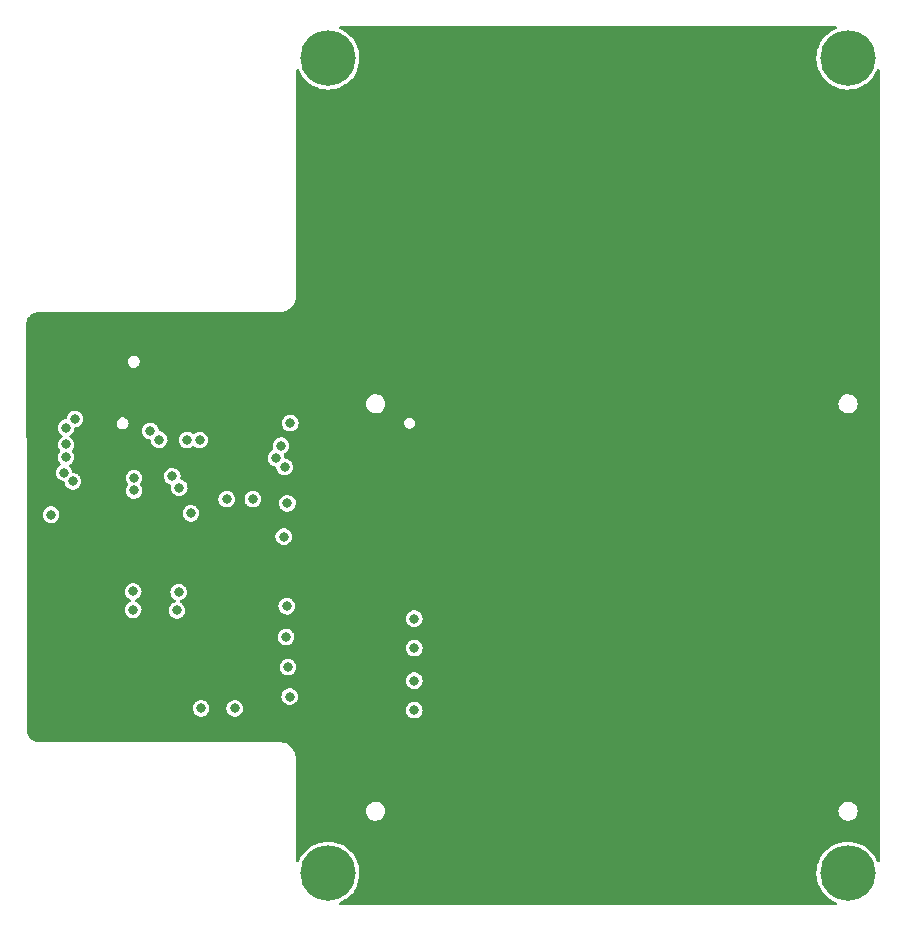
<source format=gbr>
%TF.GenerationSoftware,KiCad,Pcbnew,6.0.11-2627ca5db0~126~ubuntu22.04.1*%
%TF.CreationDate,2023-12-15T21:44:52-06:00*%
%TF.ProjectId,xem7310_carrier,78656d37-3331-4305-9f63-617272696572,rev?*%
%TF.SameCoordinates,Original*%
%TF.FileFunction,Copper,L2,Inr*%
%TF.FilePolarity,Positive*%
%FSLAX46Y46*%
G04 Gerber Fmt 4.6, Leading zero omitted, Abs format (unit mm)*
G04 Created by KiCad (PCBNEW 6.0.11-2627ca5db0~126~ubuntu22.04.1) date 2023-12-15 21:44:52*
%MOMM*%
%LPD*%
G01*
G04 APERTURE LIST*
%TA.AperFunction,ComponentPad*%
%ADD10C,4.700000*%
%TD*%
%TA.AperFunction,ViaPad*%
%ADD11C,0.800000*%
%TD*%
G04 APERTURE END LIST*
D10*
%TO.N,unconnected-(H2-Pad1)*%
%TO.C,H2*%
X134200000Y-142300000D03*
%TD*%
%TO.N,unconnected-(H4-Pad1)*%
%TO.C,H4*%
X178200000Y-142300000D03*
%TD*%
%TO.N,unconnected-(H1-Pad1)*%
%TO.C,H1*%
X134200000Y-73300000D03*
%TD*%
%TO.N,unconnected-(H3-Pad1)*%
%TO.C,H3*%
X178200000Y-73300000D03*
%TD*%
D11*
%TO.N,GND*%
X125200000Y-98700000D03*
X114050000Y-129450000D03*
X134600000Y-109000000D03*
X112350000Y-115400000D03*
X117374999Y-96095001D03*
X129310000Y-114190000D03*
X123135001Y-114675001D03*
X127250000Y-99950000D03*
X116000000Y-109800000D03*
X116174999Y-99995001D03*
X125724998Y-114704998D03*
X115565000Y-115770000D03*
%TO.N,+3.3V*%
X131000000Y-104200000D03*
X110750000Y-111950000D03*
%TO.N,Net-(MC1-Pad32)*%
X117700000Y-118450000D03*
X130700000Y-119700000D03*
X121550000Y-118500000D03*
X141500000Y-120750000D03*
%TO.N,Net-(MC1-Pad34)*%
X117700000Y-120000000D03*
X121400000Y-120050000D03*
X130650000Y-122300000D03*
X141500000Y-123250000D03*
%TO.N,Net-(MC1-Pad38)*%
X141500000Y-126000000D03*
X130800000Y-124850000D03*
%TO.N,Net-(MC1-Pad40)*%
X141500000Y-128500000D03*
X123450000Y-128350000D03*
X130950000Y-127350000D03*
X126300000Y-128350000D03*
%TO.N,/SCK_A*%
X125610000Y-110630000D03*
X127830000Y-110620000D03*
%TO.N,/MOSI_A1*%
X122590000Y-111830000D03*
X130760000Y-110985500D03*
%TO.N,/MISO_A2*%
X130220000Y-106110000D03*
X130450000Y-113800000D03*
%TO.N,/MOSI1-*%
X123325001Y-105627266D03*
X112010000Y-106005000D03*
%TO.N,/SCLK+*%
X119901232Y-105601232D03*
X112018768Y-104571232D03*
%TO.N,/MOSI1+*%
X112010000Y-107055000D03*
X122275001Y-105627266D03*
%TO.N,/SCLK-*%
X119158768Y-104858768D03*
X112761232Y-103828768D03*
%TO.N,/MISO1-*%
X111848768Y-108378768D03*
X129778640Y-107150010D03*
%TO.N,/CS+*%
X117774724Y-108848735D03*
X121008768Y-108698768D03*
%TO.N,/MISO1+*%
X130521104Y-107892474D03*
X112591232Y-109121232D03*
%TO.N,/CS-*%
X121600000Y-109655500D03*
X117774724Y-109898735D03*
%TD*%
%TA.AperFunction,Conductor*%
%TO.N,GND*%
G36*
X177230886Y-70620185D02*
G01*
X177276641Y-70672989D01*
X177286585Y-70742147D01*
X177257560Y-70805703D01*
X177213986Y-70837911D01*
X176982127Y-70940415D01*
X176844801Y-71022115D01*
X176710693Y-71101901D01*
X176710687Y-71101905D01*
X176707475Y-71103816D01*
X176704522Y-71106094D01*
X176704515Y-71106099D01*
X176684050Y-71121888D01*
X176454442Y-71299029D01*
X176451782Y-71301647D01*
X176451778Y-71301651D01*
X176229357Y-71520605D01*
X176229353Y-71520609D01*
X176226694Y-71523227D01*
X176027530Y-71773163D01*
X176025566Y-71776349D01*
X176025564Y-71776352D01*
X176011488Y-71799188D01*
X175859835Y-72045215D01*
X175726038Y-72335443D01*
X175628078Y-72639643D01*
X175567372Y-72953408D01*
X175544801Y-73272194D01*
X175544986Y-73275912D01*
X175544986Y-73275918D01*
X175548954Y-73355609D01*
X175560691Y-73591382D01*
X175614812Y-73906350D01*
X175706381Y-74212535D01*
X175834070Y-74505501D01*
X175835960Y-74508716D01*
X175835962Y-74508720D01*
X175994138Y-74777787D01*
X175994143Y-74777795D01*
X175996031Y-74781006D01*
X176189917Y-75035057D01*
X176412920Y-75263976D01*
X176415823Y-75266314D01*
X176658892Y-75462097D01*
X176658898Y-75462101D01*
X176661809Y-75464446D01*
X176664983Y-75466426D01*
X176664988Y-75466429D01*
X176737567Y-75511693D01*
X176932979Y-75633563D01*
X177018821Y-75673683D01*
X177219116Y-75767295D01*
X177219123Y-75767298D01*
X177222502Y-75768877D01*
X177526185Y-75868430D01*
X177529852Y-75869159D01*
X177529858Y-75869161D01*
X177835963Y-75930048D01*
X177839628Y-75930777D01*
X177874435Y-75933425D01*
X178154566Y-75954734D01*
X178154573Y-75954734D01*
X178158292Y-75955017D01*
X178162022Y-75954851D01*
X178162029Y-75954851D01*
X178473819Y-75940966D01*
X178473826Y-75940965D01*
X178477559Y-75940799D01*
X178792806Y-75888327D01*
X179099466Y-75798363D01*
X179102892Y-75796891D01*
X179102895Y-75796890D01*
X179389666Y-75673683D01*
X179393097Y-75672209D01*
X179669445Y-75511693D01*
X179729404Y-75466429D01*
X179921528Y-75321391D01*
X179921534Y-75321386D01*
X179924509Y-75319140D01*
X180154592Y-75097339D01*
X180203118Y-75037735D01*
X180354006Y-74852397D01*
X180354007Y-74852396D01*
X180356362Y-74849503D01*
X180526897Y-74579222D01*
X180642591Y-74335019D01*
X180663440Y-74291013D01*
X180709932Y-74238857D01*
X180777241Y-74220115D01*
X180843997Y-74240739D01*
X180889006Y-74294180D01*
X180899500Y-74344103D01*
X180899500Y-141262554D01*
X180879815Y-141329593D01*
X180827011Y-141375348D01*
X180757853Y-141385292D01*
X180694297Y-141356267D01*
X180662353Y-141313286D01*
X180554706Y-141073201D01*
X180554705Y-141073199D01*
X180553176Y-141069789D01*
X180551249Y-141066588D01*
X180390261Y-140799188D01*
X180390259Y-140799185D01*
X180388339Y-140795996D01*
X180191804Y-140543989D01*
X180171151Y-140523227D01*
X179969051Y-140320067D01*
X179966416Y-140317418D01*
X179940196Y-140296748D01*
X179718387Y-140121888D01*
X179718382Y-140121885D01*
X179715441Y-140119566D01*
X179712243Y-140117618D01*
X179712239Y-140117615D01*
X179445709Y-139955243D01*
X179442515Y-139953297D01*
X179439115Y-139951751D01*
X179439111Y-139951749D01*
X179154996Y-139822570D01*
X179154994Y-139822569D01*
X179151591Y-139821022D01*
X179148028Y-139819895D01*
X179148025Y-139819894D01*
X178850447Y-139725782D01*
X178850440Y-139725780D01*
X178846882Y-139724655D01*
X178843214Y-139723965D01*
X178843209Y-139723964D01*
X178536478Y-139666284D01*
X178536477Y-139666284D01*
X178532803Y-139665593D01*
X178405641Y-139657258D01*
X178217617Y-139644934D01*
X178217610Y-139644934D01*
X178213903Y-139644691D01*
X177894802Y-139662253D01*
X177891122Y-139662905D01*
X177891115Y-139662906D01*
X177583805Y-139717369D01*
X177583801Y-139717370D01*
X177580122Y-139718022D01*
X177576552Y-139719110D01*
X177576544Y-139719112D01*
X177404087Y-139771674D01*
X177274421Y-139811193D01*
X176982127Y-139940415D01*
X176844801Y-140022115D01*
X176710693Y-140101901D01*
X176710687Y-140101905D01*
X176707475Y-140103816D01*
X176704522Y-140106094D01*
X176704515Y-140106099D01*
X176684050Y-140121888D01*
X176454442Y-140299029D01*
X176451782Y-140301647D01*
X176451778Y-140301651D01*
X176229357Y-140520605D01*
X176229353Y-140520609D01*
X176226694Y-140523227D01*
X176027530Y-140773163D01*
X176025566Y-140776349D01*
X176025564Y-140776352D01*
X176011488Y-140799188D01*
X175859835Y-141045215D01*
X175726038Y-141335443D01*
X175628078Y-141639643D01*
X175567372Y-141953408D01*
X175544801Y-142272194D01*
X175544986Y-142275912D01*
X175544986Y-142275918D01*
X175548954Y-142355609D01*
X175560691Y-142591382D01*
X175614812Y-142906350D01*
X175706381Y-143212535D01*
X175834070Y-143505501D01*
X175835960Y-143508716D01*
X175835962Y-143508720D01*
X175994138Y-143777787D01*
X175994143Y-143777795D01*
X175996031Y-143781006D01*
X176189917Y-144035057D01*
X176412920Y-144263976D01*
X176415823Y-144266314D01*
X176658892Y-144462097D01*
X176658898Y-144462101D01*
X176661809Y-144464446D01*
X176664983Y-144466426D01*
X176664988Y-144466429D01*
X176737567Y-144511693D01*
X176932979Y-144633563D01*
X177136756Y-144728802D01*
X177210278Y-144763164D01*
X177262677Y-144809382D01*
X177281770Y-144876592D01*
X177261496Y-144943455D01*
X177208291Y-144988744D01*
X177157775Y-144999500D01*
X135234052Y-144999500D01*
X135167013Y-144979815D01*
X135121258Y-144927011D01*
X135111314Y-144857853D01*
X135140339Y-144794297D01*
X135185104Y-144761570D01*
X135389666Y-144673683D01*
X135393097Y-144672209D01*
X135669445Y-144511693D01*
X135729404Y-144466429D01*
X135921528Y-144321391D01*
X135921534Y-144321386D01*
X135924509Y-144319140D01*
X136154592Y-144097339D01*
X136203118Y-144037735D01*
X136354006Y-143852397D01*
X136354007Y-143852396D01*
X136356362Y-143849503D01*
X136526897Y-143579222D01*
X136638288Y-143344103D01*
X136662126Y-143293787D01*
X136662128Y-143293781D01*
X136663725Y-143290411D01*
X136764866Y-142987254D01*
X136828854Y-142674141D01*
X136854763Y-142355609D01*
X136855345Y-142300000D01*
X136836113Y-141980995D01*
X136778697Y-141666611D01*
X136690792Y-141383511D01*
X136685036Y-141364973D01*
X136685035Y-141364970D01*
X136683927Y-141361402D01*
X136639606Y-141262554D01*
X136554706Y-141073201D01*
X136554705Y-141073199D01*
X136553176Y-141069789D01*
X136551249Y-141066588D01*
X136390261Y-140799188D01*
X136390259Y-140799185D01*
X136388339Y-140795996D01*
X136191804Y-140543989D01*
X136171151Y-140523227D01*
X135969051Y-140320067D01*
X135966416Y-140317418D01*
X135940196Y-140296748D01*
X135718387Y-140121888D01*
X135718382Y-140121885D01*
X135715441Y-140119566D01*
X135712243Y-140117618D01*
X135712239Y-140117615D01*
X135445709Y-139955243D01*
X135442515Y-139953297D01*
X135439115Y-139951751D01*
X135439111Y-139951749D01*
X135154996Y-139822570D01*
X135154994Y-139822569D01*
X135151591Y-139821022D01*
X135148028Y-139819895D01*
X135148025Y-139819894D01*
X134850447Y-139725782D01*
X134850440Y-139725780D01*
X134846882Y-139724655D01*
X134843214Y-139723965D01*
X134843209Y-139723964D01*
X134536478Y-139666284D01*
X134536477Y-139666284D01*
X134532803Y-139665593D01*
X134405641Y-139657258D01*
X134217617Y-139644934D01*
X134217610Y-139644934D01*
X134213903Y-139644691D01*
X133894802Y-139662253D01*
X133891122Y-139662905D01*
X133891115Y-139662906D01*
X133583805Y-139717369D01*
X133583801Y-139717370D01*
X133580122Y-139718022D01*
X133576552Y-139719110D01*
X133576544Y-139719112D01*
X133404087Y-139771674D01*
X133274421Y-139811193D01*
X132982127Y-139940415D01*
X132844801Y-140022115D01*
X132710693Y-140101901D01*
X132710687Y-140101905D01*
X132707475Y-140103816D01*
X132704522Y-140106094D01*
X132704515Y-140106099D01*
X132684050Y-140121888D01*
X132454442Y-140299029D01*
X132451782Y-140301647D01*
X132451778Y-140301651D01*
X132229357Y-140520605D01*
X132229353Y-140520609D01*
X132226694Y-140523227D01*
X132027530Y-140773163D01*
X132025566Y-140776349D01*
X132025564Y-140776352D01*
X132011488Y-140799188D01*
X131859835Y-141045215D01*
X131858276Y-141048597D01*
X131737110Y-141311426D01*
X131691167Y-141364066D01*
X131624057Y-141383511D01*
X131557089Y-141363587D01*
X131511522Y-141310620D01*
X131500500Y-141259512D01*
X131500500Y-137034320D01*
X137416404Y-137034320D01*
X137435364Y-137214712D01*
X137493818Y-137386421D01*
X137588862Y-137540912D01*
X137715771Y-137670507D01*
X137868238Y-137768765D01*
X138038685Y-137830803D01*
X138130423Y-137842392D01*
X138174905Y-137848012D01*
X138174907Y-137848012D01*
X138178769Y-137848500D01*
X138275610Y-137848500D01*
X138279057Y-137848113D01*
X138279063Y-137848113D01*
X138403367Y-137834170D01*
X138403370Y-137834169D01*
X138410255Y-137833397D01*
X138581552Y-137773745D01*
X138735376Y-137677626D01*
X138864082Y-137549815D01*
X138961273Y-137396666D01*
X138967257Y-137379861D01*
X139019795Y-137232318D01*
X139019796Y-137232314D01*
X139022119Y-137225790D01*
X139043596Y-137045680D01*
X139042402Y-137034320D01*
X177416404Y-137034320D01*
X177435364Y-137214712D01*
X177493818Y-137386421D01*
X177588862Y-137540912D01*
X177715771Y-137670507D01*
X177868238Y-137768765D01*
X178038685Y-137830803D01*
X178130423Y-137842392D01*
X178174905Y-137848012D01*
X178174907Y-137848012D01*
X178178769Y-137848500D01*
X178275610Y-137848500D01*
X178279057Y-137848113D01*
X178279063Y-137848113D01*
X178403367Y-137834170D01*
X178403370Y-137834169D01*
X178410255Y-137833397D01*
X178581552Y-137773745D01*
X178735376Y-137677626D01*
X178864082Y-137549815D01*
X178961273Y-137396666D01*
X178967257Y-137379861D01*
X179019795Y-137232318D01*
X179019796Y-137232314D01*
X179022119Y-137225790D01*
X179043596Y-137045680D01*
X179024636Y-136865288D01*
X178966182Y-136693579D01*
X178871138Y-136539088D01*
X178744229Y-136409493D01*
X178591762Y-136311235D01*
X178421315Y-136249197D01*
X178329577Y-136237608D01*
X178285095Y-136231988D01*
X178285093Y-136231988D01*
X178281231Y-136231500D01*
X178184390Y-136231500D01*
X178180943Y-136231887D01*
X178180937Y-136231887D01*
X178056633Y-136245830D01*
X178056630Y-136245831D01*
X178049745Y-136246603D01*
X177878448Y-136306255D01*
X177724624Y-136402374D01*
X177595918Y-136530185D01*
X177498727Y-136683334D01*
X177496401Y-136689865D01*
X177496401Y-136689866D01*
X177440205Y-136847682D01*
X177440204Y-136847686D01*
X177437881Y-136854210D01*
X177416404Y-137034320D01*
X139042402Y-137034320D01*
X139024636Y-136865288D01*
X138966182Y-136693579D01*
X138871138Y-136539088D01*
X138744229Y-136409493D01*
X138591762Y-136311235D01*
X138421315Y-136249197D01*
X138329577Y-136237608D01*
X138285095Y-136231988D01*
X138285093Y-136231988D01*
X138281231Y-136231500D01*
X138184390Y-136231500D01*
X138180943Y-136231887D01*
X138180937Y-136231887D01*
X138056633Y-136245830D01*
X138056630Y-136245831D01*
X138049745Y-136246603D01*
X137878448Y-136306255D01*
X137724624Y-136402374D01*
X137595918Y-136530185D01*
X137498727Y-136683334D01*
X137496401Y-136689865D01*
X137496401Y-136689866D01*
X137440205Y-136847682D01*
X137440204Y-136847686D01*
X137437881Y-136854210D01*
X137416404Y-137034320D01*
X131500500Y-137034320D01*
X131500500Y-132688580D01*
X131502384Y-132667044D01*
X131503252Y-132662120D01*
X131505136Y-132651439D01*
X131503881Y-132644319D01*
X131488628Y-132437547D01*
X131441626Y-132228287D01*
X131366642Y-132033957D01*
X131366064Y-132032460D01*
X131366063Y-132032458D01*
X131364417Y-132028192D01*
X131258674Y-131841598D01*
X131233245Y-131809027D01*
X131129499Y-131676146D01*
X131129497Y-131676143D01*
X131126688Y-131672546D01*
X130971317Y-131524698D01*
X130967582Y-131522069D01*
X130967578Y-131522066D01*
X130799672Y-131403893D01*
X130799671Y-131403893D01*
X130795928Y-131401258D01*
X130791836Y-131399200D01*
X130608406Y-131306953D01*
X130608402Y-131306951D01*
X130604319Y-131304898D01*
X130400642Y-131237707D01*
X130268823Y-131214898D01*
X130193818Y-131201920D01*
X130193815Y-131201920D01*
X130189309Y-131201140D01*
X130184737Y-131201030D01*
X130184735Y-131201030D01*
X129990309Y-131196359D01*
X129990307Y-131196359D01*
X129982229Y-131196165D01*
X129974860Y-131195240D01*
X129964283Y-131197652D01*
X129954186Y-131198153D01*
X129942220Y-131199500D01*
X109660579Y-131199500D01*
X109650501Y-131198299D01*
X109650476Y-131198692D01*
X109639654Y-131198013D01*
X109629106Y-131195463D01*
X109618323Y-131196674D01*
X109607498Y-131195995D01*
X109607552Y-131195133D01*
X109595264Y-131194871D01*
X109460778Y-131173956D01*
X109438768Y-131168432D01*
X109289053Y-131115886D01*
X109268419Y-131106443D01*
X109130795Y-131027499D01*
X109112226Y-131014454D01*
X108991284Y-130911743D01*
X108975409Y-130895538D01*
X108875207Y-130772505D01*
X108862552Y-130753680D01*
X108786453Y-130614454D01*
X108777437Y-130593630D01*
X108727983Y-130442867D01*
X108722913Y-130420749D01*
X108704765Y-130285832D01*
X108704758Y-130273571D01*
X108703889Y-130273608D01*
X108703433Y-130262768D01*
X108704866Y-130252014D01*
X108702535Y-130241421D01*
X108702285Y-130235486D01*
X108700433Y-130218565D01*
X108697718Y-128342611D01*
X122744394Y-128342611D01*
X122745214Y-128350039D01*
X122745214Y-128350041D01*
X122746841Y-128364778D01*
X122762999Y-128511135D01*
X122765565Y-128518147D01*
X122765566Y-128518151D01*
X122815173Y-128653707D01*
X122821266Y-128670356D01*
X122825433Y-128676558D01*
X122825435Y-128676561D01*
X122838510Y-128696018D01*
X122915830Y-128811083D01*
X122921360Y-128816115D01*
X123035702Y-128920159D01*
X123035706Y-128920162D01*
X123041233Y-128925191D01*
X123190235Y-129006092D01*
X123285585Y-129031107D01*
X123347005Y-129047220D01*
X123347007Y-129047220D01*
X123354233Y-129049116D01*
X123437178Y-129050419D01*
X123516290Y-129051662D01*
X123516293Y-129051662D01*
X123523760Y-129051779D01*
X123646209Y-129023735D01*
X123681738Y-129015598D01*
X123681739Y-129015598D01*
X123689029Y-129013928D01*
X123806439Y-128954877D01*
X123833820Y-128941106D01*
X123833822Y-128941105D01*
X123840498Y-128937747D01*
X123846180Y-128932894D01*
X123846183Y-128932892D01*
X123963741Y-128832487D01*
X123969423Y-128827634D01*
X124068361Y-128689947D01*
X124131601Y-128532634D01*
X124133662Y-128518151D01*
X124154918Y-128368800D01*
X124154918Y-128368794D01*
X124155490Y-128364778D01*
X124155645Y-128350000D01*
X124154751Y-128342611D01*
X125594394Y-128342611D01*
X125595214Y-128350039D01*
X125595214Y-128350041D01*
X125596841Y-128364778D01*
X125612999Y-128511135D01*
X125615565Y-128518147D01*
X125615566Y-128518151D01*
X125665173Y-128653707D01*
X125671266Y-128670356D01*
X125675433Y-128676558D01*
X125675435Y-128676561D01*
X125688510Y-128696018D01*
X125765830Y-128811083D01*
X125771360Y-128816115D01*
X125885702Y-128920159D01*
X125885706Y-128920162D01*
X125891233Y-128925191D01*
X126040235Y-129006092D01*
X126135585Y-129031107D01*
X126197005Y-129047220D01*
X126197007Y-129047220D01*
X126204233Y-129049116D01*
X126287178Y-129050419D01*
X126366290Y-129051662D01*
X126366293Y-129051662D01*
X126373760Y-129051779D01*
X126496209Y-129023735D01*
X126531738Y-129015598D01*
X126531739Y-129015598D01*
X126539029Y-129013928D01*
X126656439Y-128954877D01*
X126683820Y-128941106D01*
X126683822Y-128941105D01*
X126690498Y-128937747D01*
X126696180Y-128932894D01*
X126696183Y-128932892D01*
X126813741Y-128832487D01*
X126819423Y-128827634D01*
X126918361Y-128689947D01*
X126981601Y-128532634D01*
X126983662Y-128518151D01*
X126987297Y-128492611D01*
X140794394Y-128492611D01*
X140795214Y-128500039D01*
X140795214Y-128500041D01*
X140809571Y-128630084D01*
X140812999Y-128661135D01*
X140815565Y-128668147D01*
X140815566Y-128668151D01*
X140825764Y-128696018D01*
X140871266Y-128820356D01*
X140875433Y-128826558D01*
X140875435Y-128826561D01*
X140888510Y-128846018D01*
X140965830Y-128961083D01*
X140971360Y-128966115D01*
X141085702Y-129070159D01*
X141085706Y-129070162D01*
X141091233Y-129075191D01*
X141240235Y-129156092D01*
X141335585Y-129181107D01*
X141397005Y-129197220D01*
X141397007Y-129197220D01*
X141404233Y-129199116D01*
X141487178Y-129200419D01*
X141566290Y-129201662D01*
X141566293Y-129201662D01*
X141573760Y-129201779D01*
X141696209Y-129173735D01*
X141731738Y-129165598D01*
X141731739Y-129165598D01*
X141739029Y-129163928D01*
X141814111Y-129126166D01*
X141883820Y-129091106D01*
X141883822Y-129091105D01*
X141890498Y-129087747D01*
X141896180Y-129082894D01*
X141896183Y-129082892D01*
X142013741Y-128982487D01*
X142019423Y-128977634D01*
X142118361Y-128839947D01*
X142181601Y-128682634D01*
X142182654Y-128675237D01*
X142204918Y-128518800D01*
X142204918Y-128518794D01*
X142205490Y-128514778D01*
X142205645Y-128500000D01*
X142189768Y-128368800D01*
X142186175Y-128339105D01*
X142186174Y-128339101D01*
X142185276Y-128331680D01*
X142176254Y-128307805D01*
X142127989Y-128180073D01*
X142127987Y-128180070D01*
X142125345Y-128173077D01*
X142041979Y-128051779D01*
X142033549Y-128039513D01*
X142033546Y-128039510D01*
X142029312Y-128033349D01*
X141987340Y-127995953D01*
X141908303Y-127925533D01*
X141908301Y-127925532D01*
X141902721Y-127920560D01*
X141888347Y-127912949D01*
X141759489Y-127844723D01*
X141752881Y-127841224D01*
X141588441Y-127799919D01*
X141502248Y-127799468D01*
X141426368Y-127799070D01*
X141426367Y-127799070D01*
X141418895Y-127799031D01*
X141397235Y-127804231D01*
X141261295Y-127836868D01*
X141261293Y-127836869D01*
X141254032Y-127838612D01*
X141247399Y-127842035D01*
X141247395Y-127842037D01*
X141187573Y-127872914D01*
X141103369Y-127916375D01*
X141097737Y-127921288D01*
X140988121Y-128016912D01*
X140975604Y-128027831D01*
X140878113Y-128166547D01*
X140816524Y-128324513D01*
X140815548Y-128331923D01*
X140815548Y-128331925D01*
X140813163Y-128350041D01*
X140794394Y-128492611D01*
X126987297Y-128492611D01*
X127004918Y-128368800D01*
X127004918Y-128368794D01*
X127005490Y-128364778D01*
X127005645Y-128350000D01*
X126985276Y-128181680D01*
X126936191Y-128051779D01*
X126927989Y-128030073D01*
X126927987Y-128030070D01*
X126925345Y-128023077D01*
X126914976Y-128007990D01*
X126833549Y-127889513D01*
X126833546Y-127889510D01*
X126829312Y-127883349D01*
X126766779Y-127827634D01*
X126708303Y-127775533D01*
X126708301Y-127775532D01*
X126702721Y-127770560D01*
X126688347Y-127762949D01*
X126559489Y-127694723D01*
X126552881Y-127691224D01*
X126388441Y-127649919D01*
X126302248Y-127649468D01*
X126226368Y-127649070D01*
X126226367Y-127649070D01*
X126218895Y-127649031D01*
X126197235Y-127654231D01*
X126061295Y-127686868D01*
X126061293Y-127686869D01*
X126054032Y-127688612D01*
X126047399Y-127692035D01*
X126047395Y-127692037D01*
X125980465Y-127726583D01*
X125903369Y-127766375D01*
X125897737Y-127771288D01*
X125813557Y-127844723D01*
X125775604Y-127877831D01*
X125678113Y-128016547D01*
X125616524Y-128174513D01*
X125594394Y-128342611D01*
X124154751Y-128342611D01*
X124135276Y-128181680D01*
X124086191Y-128051779D01*
X124077989Y-128030073D01*
X124077987Y-128030070D01*
X124075345Y-128023077D01*
X124064976Y-128007990D01*
X123983549Y-127889513D01*
X123983546Y-127889510D01*
X123979312Y-127883349D01*
X123916779Y-127827634D01*
X123858303Y-127775533D01*
X123858301Y-127775532D01*
X123852721Y-127770560D01*
X123838347Y-127762949D01*
X123709489Y-127694723D01*
X123702881Y-127691224D01*
X123538441Y-127649919D01*
X123452248Y-127649468D01*
X123376368Y-127649070D01*
X123376367Y-127649070D01*
X123368895Y-127649031D01*
X123347235Y-127654231D01*
X123211295Y-127686868D01*
X123211293Y-127686869D01*
X123204032Y-127688612D01*
X123197399Y-127692035D01*
X123197395Y-127692037D01*
X123130465Y-127726583D01*
X123053369Y-127766375D01*
X123047737Y-127771288D01*
X122963557Y-127844723D01*
X122925604Y-127877831D01*
X122828113Y-128016547D01*
X122766524Y-128174513D01*
X122744394Y-128342611D01*
X108697718Y-128342611D01*
X108696271Y-127342611D01*
X130244394Y-127342611D01*
X130245214Y-127350039D01*
X130245214Y-127350041D01*
X130246841Y-127364778D01*
X130262999Y-127511135D01*
X130265565Y-127518147D01*
X130265566Y-127518151D01*
X130313462Y-127649031D01*
X130321266Y-127670356D01*
X130325433Y-127676558D01*
X130325435Y-127676561D01*
X130385788Y-127766375D01*
X130415830Y-127811083D01*
X130421360Y-127816115D01*
X130535702Y-127920159D01*
X130535706Y-127920162D01*
X130541233Y-127925191D01*
X130690235Y-128006092D01*
X130773099Y-128027831D01*
X130847005Y-128047220D01*
X130847007Y-128047220D01*
X130854233Y-128049116D01*
X130937178Y-128050419D01*
X131016290Y-128051662D01*
X131016293Y-128051662D01*
X131023760Y-128051779D01*
X131149793Y-128022914D01*
X131181738Y-128015598D01*
X131181739Y-128015598D01*
X131189029Y-128013928D01*
X131264111Y-127976166D01*
X131333820Y-127941106D01*
X131333822Y-127941105D01*
X131340498Y-127937747D01*
X131346180Y-127932894D01*
X131346183Y-127932892D01*
X131463741Y-127832487D01*
X131469423Y-127827634D01*
X131568361Y-127689947D01*
X131631601Y-127532634D01*
X131655490Y-127364778D01*
X131655645Y-127350000D01*
X131635276Y-127181680D01*
X131575345Y-127023077D01*
X131566657Y-127010436D01*
X131483549Y-126889513D01*
X131483546Y-126889510D01*
X131479312Y-126883349D01*
X131352721Y-126770560D01*
X131338347Y-126762949D01*
X131222595Y-126701662D01*
X131202881Y-126691224D01*
X131038441Y-126649919D01*
X130952248Y-126649468D01*
X130876368Y-126649070D01*
X130876367Y-126649070D01*
X130868895Y-126649031D01*
X130854354Y-126652522D01*
X130711295Y-126686868D01*
X130711293Y-126686869D01*
X130704032Y-126688612D01*
X130697399Y-126692035D01*
X130697395Y-126692037D01*
X130678521Y-126701779D01*
X130553369Y-126766375D01*
X130425604Y-126877831D01*
X130328113Y-127016547D01*
X130266524Y-127174513D01*
X130244394Y-127342611D01*
X108696271Y-127342611D01*
X108694318Y-125992611D01*
X140794394Y-125992611D01*
X140795214Y-126000039D01*
X140795214Y-126000041D01*
X140796841Y-126014778D01*
X140812999Y-126161135D01*
X140815565Y-126168147D01*
X140815566Y-126168151D01*
X140868697Y-126313336D01*
X140871266Y-126320356D01*
X140875433Y-126326558D01*
X140875435Y-126326561D01*
X140888510Y-126346018D01*
X140965830Y-126461083D01*
X140971360Y-126466115D01*
X141085702Y-126570159D01*
X141085706Y-126570162D01*
X141091233Y-126575191D01*
X141240235Y-126656092D01*
X141335585Y-126681107D01*
X141397005Y-126697220D01*
X141397007Y-126697220D01*
X141404233Y-126699116D01*
X141487178Y-126700419D01*
X141566290Y-126701662D01*
X141566293Y-126701662D01*
X141573760Y-126701779D01*
X141696209Y-126673735D01*
X141731738Y-126665598D01*
X141731739Y-126665598D01*
X141739029Y-126663928D01*
X141814111Y-126626165D01*
X141883820Y-126591106D01*
X141883822Y-126591105D01*
X141890498Y-126587747D01*
X141896180Y-126582894D01*
X141896183Y-126582892D01*
X142013741Y-126482487D01*
X142019423Y-126477634D01*
X142118361Y-126339947D01*
X142181601Y-126182634D01*
X142205490Y-126014778D01*
X142205645Y-126000000D01*
X142185276Y-125831680D01*
X142125345Y-125673077D01*
X142041979Y-125551779D01*
X142033549Y-125539513D01*
X142033546Y-125539510D01*
X142029312Y-125533349D01*
X141987340Y-125495953D01*
X141908303Y-125425533D01*
X141908301Y-125425532D01*
X141902721Y-125420560D01*
X141888347Y-125412949D01*
X141759489Y-125344723D01*
X141752881Y-125341224D01*
X141588441Y-125299919D01*
X141502248Y-125299468D01*
X141426368Y-125299070D01*
X141426367Y-125299070D01*
X141418895Y-125299031D01*
X141397235Y-125304231D01*
X141261295Y-125336868D01*
X141261293Y-125336869D01*
X141254032Y-125338612D01*
X141247399Y-125342035D01*
X141247395Y-125342037D01*
X141180465Y-125376583D01*
X141103369Y-125416375D01*
X140975604Y-125527831D01*
X140878113Y-125666547D01*
X140816524Y-125824513D01*
X140794394Y-125992611D01*
X108694318Y-125992611D01*
X108692654Y-124842611D01*
X130094394Y-124842611D01*
X130095214Y-124850039D01*
X130095214Y-124850041D01*
X130096841Y-124864778D01*
X130112999Y-125011135D01*
X130115565Y-125018147D01*
X130115566Y-125018151D01*
X130168697Y-125163336D01*
X130171266Y-125170356D01*
X130175433Y-125176558D01*
X130175435Y-125176561D01*
X130188510Y-125196018D01*
X130265830Y-125311083D01*
X130271360Y-125316115D01*
X130385702Y-125420159D01*
X130385706Y-125420162D01*
X130391233Y-125425191D01*
X130540235Y-125506092D01*
X130604357Y-125522914D01*
X130697005Y-125547220D01*
X130697007Y-125547220D01*
X130704233Y-125549116D01*
X130787178Y-125550419D01*
X130866290Y-125551662D01*
X130866293Y-125551662D01*
X130873760Y-125551779D01*
X130999793Y-125522914D01*
X131031738Y-125515598D01*
X131031739Y-125515598D01*
X131039029Y-125513928D01*
X131114111Y-125476165D01*
X131183820Y-125441106D01*
X131183822Y-125441105D01*
X131190498Y-125437747D01*
X131196180Y-125432894D01*
X131196183Y-125432892D01*
X131313741Y-125332487D01*
X131319423Y-125327634D01*
X131418361Y-125189947D01*
X131481601Y-125032634D01*
X131505490Y-124864778D01*
X131505645Y-124850000D01*
X131485276Y-124681680D01*
X131425345Y-124523077D01*
X131416657Y-124510436D01*
X131333549Y-124389513D01*
X131333546Y-124389510D01*
X131329312Y-124383349D01*
X131202721Y-124270560D01*
X131188347Y-124262949D01*
X131059489Y-124194723D01*
X131052881Y-124191224D01*
X130888441Y-124149919D01*
X130802248Y-124149468D01*
X130726368Y-124149070D01*
X130726367Y-124149070D01*
X130718895Y-124149031D01*
X130697235Y-124154231D01*
X130561295Y-124186868D01*
X130561293Y-124186869D01*
X130554032Y-124188612D01*
X130547399Y-124192035D01*
X130547395Y-124192037D01*
X130480465Y-124226583D01*
X130403369Y-124266375D01*
X130275604Y-124377831D01*
X130178113Y-124516547D01*
X130116524Y-124674513D01*
X130094394Y-124842611D01*
X108692654Y-124842611D01*
X108690339Y-123242611D01*
X140794394Y-123242611D01*
X140795214Y-123250039D01*
X140795214Y-123250041D01*
X140796841Y-123264778D01*
X140812999Y-123411135D01*
X140815565Y-123418147D01*
X140815566Y-123418151D01*
X140868697Y-123563336D01*
X140871266Y-123570356D01*
X140875433Y-123576558D01*
X140875435Y-123576561D01*
X140888510Y-123596018D01*
X140965830Y-123711083D01*
X140971360Y-123716115D01*
X141085702Y-123820159D01*
X141085706Y-123820162D01*
X141091233Y-123825191D01*
X141240235Y-123906092D01*
X141335585Y-123931107D01*
X141397005Y-123947220D01*
X141397007Y-123947220D01*
X141404233Y-123949116D01*
X141487178Y-123950419D01*
X141566290Y-123951662D01*
X141566293Y-123951662D01*
X141573760Y-123951779D01*
X141696209Y-123923735D01*
X141731738Y-123915598D01*
X141731739Y-123915598D01*
X141739029Y-123913928D01*
X141814111Y-123876166D01*
X141883820Y-123841106D01*
X141883822Y-123841105D01*
X141890498Y-123837747D01*
X141896180Y-123832894D01*
X141896183Y-123832892D01*
X142013741Y-123732487D01*
X142019423Y-123727634D01*
X142118361Y-123589947D01*
X142181601Y-123432634D01*
X142205490Y-123264778D01*
X142205645Y-123250000D01*
X142185276Y-123081680D01*
X142155040Y-123001662D01*
X142127989Y-122930073D01*
X142127987Y-122930070D01*
X142125345Y-122923077D01*
X142101063Y-122887747D01*
X142033549Y-122789513D01*
X142033546Y-122789510D01*
X142029312Y-122783349D01*
X141902721Y-122670560D01*
X141888347Y-122662949D01*
X141759489Y-122594723D01*
X141752881Y-122591224D01*
X141588441Y-122549919D01*
X141502248Y-122549468D01*
X141426368Y-122549070D01*
X141426367Y-122549070D01*
X141418895Y-122549031D01*
X141397235Y-122554231D01*
X141261295Y-122586868D01*
X141261293Y-122586869D01*
X141254032Y-122588612D01*
X141247399Y-122592035D01*
X141247395Y-122592037D01*
X141206130Y-122613336D01*
X141103369Y-122666375D01*
X141097737Y-122671288D01*
X140994803Y-122761083D01*
X140975604Y-122777831D01*
X140878113Y-122916547D01*
X140816524Y-123074513D01*
X140794394Y-123242611D01*
X108690339Y-123242611D01*
X108688964Y-122292611D01*
X129944394Y-122292611D01*
X129945214Y-122300039D01*
X129945214Y-122300041D01*
X129946841Y-122314778D01*
X129962999Y-122461135D01*
X129965565Y-122468147D01*
X129965566Y-122468151D01*
X129995803Y-122550775D01*
X130021266Y-122620356D01*
X130025433Y-122626558D01*
X130025435Y-122626561D01*
X130058343Y-122675533D01*
X130115830Y-122761083D01*
X130121360Y-122766115D01*
X130235702Y-122870159D01*
X130235706Y-122870162D01*
X130241233Y-122875191D01*
X130390235Y-122956092D01*
X130485585Y-122981107D01*
X130547005Y-122997220D01*
X130547007Y-122997220D01*
X130554233Y-122999116D01*
X130637178Y-123000419D01*
X130716290Y-123001662D01*
X130716293Y-123001662D01*
X130723760Y-123001779D01*
X130846209Y-122973735D01*
X130881738Y-122965598D01*
X130881739Y-122965598D01*
X130889029Y-122963928D01*
X130995386Y-122910436D01*
X131033820Y-122891106D01*
X131033822Y-122891105D01*
X131040498Y-122887747D01*
X131046180Y-122882894D01*
X131046183Y-122882892D01*
X131163741Y-122782487D01*
X131169423Y-122777634D01*
X131268361Y-122639947D01*
X131331601Y-122482634D01*
X131355490Y-122314778D01*
X131355645Y-122300000D01*
X131335276Y-122131680D01*
X131275345Y-121973077D01*
X131266657Y-121960436D01*
X131183549Y-121839513D01*
X131183546Y-121839510D01*
X131179312Y-121833349D01*
X131052721Y-121720560D01*
X131038347Y-121712949D01*
X130909489Y-121644723D01*
X130902881Y-121641224D01*
X130738441Y-121599919D01*
X130652248Y-121599468D01*
X130576368Y-121599070D01*
X130576367Y-121599070D01*
X130568895Y-121599031D01*
X130547235Y-121604231D01*
X130411295Y-121636868D01*
X130411293Y-121636869D01*
X130404032Y-121638612D01*
X130397399Y-121642035D01*
X130397395Y-121642037D01*
X130330465Y-121676583D01*
X130253369Y-121716375D01*
X130125604Y-121827831D01*
X130028113Y-121966547D01*
X129966524Y-122124513D01*
X129944394Y-122292611D01*
X108688964Y-122292611D01*
X108685636Y-119992611D01*
X116994394Y-119992611D01*
X116995214Y-120000039D01*
X116995214Y-120000041D01*
X117001913Y-120060715D01*
X117012999Y-120161135D01*
X117015565Y-120168147D01*
X117015566Y-120168151D01*
X117054738Y-120275191D01*
X117071266Y-120320356D01*
X117075433Y-120326558D01*
X117075435Y-120326561D01*
X117098287Y-120360568D01*
X117165830Y-120461083D01*
X117171360Y-120466115D01*
X117285702Y-120570159D01*
X117285706Y-120570162D01*
X117291233Y-120575191D01*
X117440235Y-120656092D01*
X117535585Y-120681107D01*
X117597005Y-120697220D01*
X117597007Y-120697220D01*
X117604233Y-120699116D01*
X117687178Y-120700419D01*
X117766290Y-120701662D01*
X117766293Y-120701662D01*
X117773760Y-120701779D01*
X117896209Y-120673735D01*
X117931738Y-120665598D01*
X117931739Y-120665598D01*
X117939029Y-120663928D01*
X118026054Y-120620159D01*
X118083820Y-120591106D01*
X118083822Y-120591105D01*
X118090498Y-120587747D01*
X118096180Y-120582894D01*
X118096183Y-120582892D01*
X118213741Y-120482487D01*
X118219423Y-120477634D01*
X118318361Y-120339947D01*
X118381601Y-120182634D01*
X118382654Y-120175237D01*
X118401529Y-120042611D01*
X120694394Y-120042611D01*
X120695214Y-120050039D01*
X120695214Y-120050041D01*
X120708133Y-120167061D01*
X120712999Y-120211135D01*
X120715565Y-120218147D01*
X120715566Y-120218151D01*
X120752968Y-120320356D01*
X120771266Y-120370356D01*
X120775433Y-120376558D01*
X120775435Y-120376561D01*
X120792381Y-120401779D01*
X120865830Y-120511083D01*
X120871360Y-120516115D01*
X120985702Y-120620159D01*
X120985706Y-120620162D01*
X120991233Y-120625191D01*
X121140235Y-120706092D01*
X121235585Y-120731107D01*
X121297005Y-120747220D01*
X121297007Y-120747220D01*
X121304233Y-120749116D01*
X121387178Y-120750419D01*
X121466290Y-120751662D01*
X121466293Y-120751662D01*
X121473760Y-120751779D01*
X121513790Y-120742611D01*
X140794394Y-120742611D01*
X140795214Y-120750039D01*
X140795214Y-120750041D01*
X140796841Y-120764778D01*
X140812999Y-120911135D01*
X140815565Y-120918147D01*
X140815566Y-120918151D01*
X140868697Y-121063336D01*
X140871266Y-121070356D01*
X140875433Y-121076558D01*
X140875435Y-121076561D01*
X140888510Y-121096018D01*
X140965830Y-121211083D01*
X140971360Y-121216115D01*
X141085702Y-121320159D01*
X141085706Y-121320162D01*
X141091233Y-121325191D01*
X141240235Y-121406092D01*
X141335585Y-121431107D01*
X141397005Y-121447220D01*
X141397007Y-121447220D01*
X141404233Y-121449116D01*
X141487178Y-121450419D01*
X141566290Y-121451662D01*
X141566293Y-121451662D01*
X141573760Y-121451779D01*
X141696209Y-121423735D01*
X141731738Y-121415598D01*
X141731739Y-121415598D01*
X141739029Y-121413928D01*
X141814111Y-121376165D01*
X141883820Y-121341106D01*
X141883822Y-121341105D01*
X141890498Y-121337747D01*
X141896180Y-121332894D01*
X141896183Y-121332892D01*
X142013741Y-121232487D01*
X142019423Y-121227634D01*
X142118361Y-121089947D01*
X142181601Y-120932634D01*
X142205490Y-120764778D01*
X142205645Y-120750000D01*
X142199810Y-120701779D01*
X142186175Y-120589105D01*
X142186174Y-120589101D01*
X142185276Y-120581680D01*
X142147794Y-120482487D01*
X142127989Y-120430073D01*
X142127987Y-120430070D01*
X142125345Y-120423077D01*
X142109560Y-120400110D01*
X142033549Y-120289513D01*
X142033546Y-120289510D01*
X142029312Y-120283349D01*
X141924051Y-120189564D01*
X141908303Y-120175533D01*
X141908301Y-120175532D01*
X141902721Y-120170560D01*
X141888347Y-120162949D01*
X141759489Y-120094723D01*
X141752881Y-120091224D01*
X141588441Y-120049919D01*
X141502248Y-120049468D01*
X141426368Y-120049070D01*
X141426367Y-120049070D01*
X141418895Y-120049031D01*
X141397927Y-120054065D01*
X141261295Y-120086868D01*
X141261293Y-120086869D01*
X141254032Y-120088612D01*
X141247399Y-120092035D01*
X141247395Y-120092037D01*
X141180465Y-120126583D01*
X141103369Y-120166375D01*
X141097737Y-120171288D01*
X140984399Y-120270159D01*
X140975604Y-120277831D01*
X140878113Y-120416547D01*
X140816524Y-120574513D01*
X140815548Y-120581923D01*
X140815548Y-120581925D01*
X140810515Y-120620159D01*
X140794394Y-120742611D01*
X121513790Y-120742611D01*
X121596209Y-120723735D01*
X121631738Y-120715598D01*
X121631739Y-120715598D01*
X121639029Y-120713928D01*
X121714111Y-120676165D01*
X121783820Y-120641106D01*
X121783822Y-120641105D01*
X121790498Y-120637747D01*
X121796180Y-120632894D01*
X121796183Y-120632892D01*
X121913741Y-120532487D01*
X121919423Y-120527634D01*
X122018361Y-120389947D01*
X122081601Y-120232634D01*
X122089770Y-120175237D01*
X122104918Y-120068800D01*
X122104918Y-120068794D01*
X122105490Y-120064778D01*
X122105645Y-120050000D01*
X122104751Y-120042611D01*
X122086175Y-119889105D01*
X122086174Y-119889101D01*
X122085276Y-119881680D01*
X122063739Y-119824683D01*
X122027989Y-119730073D01*
X122027987Y-119730070D01*
X122025345Y-119723077D01*
X122004406Y-119692611D01*
X129994394Y-119692611D01*
X129995214Y-119700039D01*
X129995214Y-119700041D01*
X129997077Y-119716912D01*
X130012999Y-119861135D01*
X130015565Y-119868147D01*
X130015566Y-119868151D01*
X130058400Y-119985199D01*
X130071266Y-120020356D01*
X130075433Y-120026558D01*
X130075435Y-120026561D01*
X130092355Y-120051740D01*
X130165830Y-120161083D01*
X130171360Y-120166115D01*
X130285702Y-120270159D01*
X130285706Y-120270162D01*
X130291233Y-120275191D01*
X130440235Y-120356092D01*
X130535585Y-120381107D01*
X130597005Y-120397220D01*
X130597007Y-120397220D01*
X130604233Y-120399116D01*
X130687178Y-120400419D01*
X130766290Y-120401662D01*
X130766293Y-120401662D01*
X130773760Y-120401779D01*
X130896209Y-120373735D01*
X130931738Y-120365598D01*
X130931739Y-120365598D01*
X130939029Y-120363928D01*
X131039620Y-120313336D01*
X131083820Y-120291106D01*
X131083822Y-120291105D01*
X131090498Y-120287747D01*
X131096180Y-120282894D01*
X131096183Y-120282892D01*
X131213741Y-120182487D01*
X131219423Y-120177634D01*
X131318361Y-120039947D01*
X131381601Y-119882634D01*
X131388853Y-119831680D01*
X131404918Y-119718800D01*
X131404918Y-119718794D01*
X131405490Y-119714778D01*
X131405645Y-119700000D01*
X131385276Y-119531680D01*
X131359305Y-119462949D01*
X131327989Y-119380073D01*
X131327987Y-119380070D01*
X131325345Y-119373077D01*
X131301658Y-119338612D01*
X131233549Y-119239513D01*
X131233546Y-119239510D01*
X131229312Y-119233349D01*
X131142601Y-119156092D01*
X131108303Y-119125533D01*
X131108301Y-119125532D01*
X131102721Y-119120560D01*
X131093475Y-119115664D01*
X130959489Y-119044723D01*
X130952881Y-119041224D01*
X130788441Y-118999919D01*
X130702248Y-118999468D01*
X130626368Y-118999070D01*
X130626367Y-118999070D01*
X130618895Y-118999031D01*
X130597235Y-119004231D01*
X130461295Y-119036868D01*
X130461293Y-119036869D01*
X130454032Y-119038612D01*
X130447399Y-119042035D01*
X130447395Y-119042037D01*
X130380465Y-119076583D01*
X130303369Y-119116375D01*
X130297737Y-119121288D01*
X130186108Y-119218668D01*
X130175604Y-119227831D01*
X130078113Y-119366547D01*
X130016524Y-119524513D01*
X129994394Y-119692611D01*
X122004406Y-119692611D01*
X121982293Y-119660436D01*
X121933549Y-119589513D01*
X121933546Y-119589510D01*
X121929312Y-119583349D01*
X121873866Y-119533948D01*
X121808303Y-119475533D01*
X121808301Y-119475532D01*
X121802721Y-119470560D01*
X121794817Y-119466375D01*
X121688997Y-119410346D01*
X121638960Y-119361579D01*
X121623232Y-119293503D01*
X121646806Y-119227730D01*
X121702197Y-119185144D01*
X121719324Y-119179892D01*
X121789029Y-119163928D01*
X121888443Y-119113928D01*
X121933820Y-119091106D01*
X121933822Y-119091105D01*
X121940498Y-119087747D01*
X121946180Y-119082894D01*
X121946183Y-119082892D01*
X122063741Y-118982487D01*
X122069423Y-118977634D01*
X122168361Y-118839947D01*
X122231601Y-118682634D01*
X122255490Y-118514778D01*
X122255645Y-118500000D01*
X122235276Y-118331680D01*
X122213739Y-118274683D01*
X122177989Y-118180073D01*
X122177987Y-118180070D01*
X122175345Y-118173077D01*
X122132293Y-118110436D01*
X122083549Y-118039513D01*
X122083546Y-118039510D01*
X122079312Y-118033349D01*
X122023866Y-117983948D01*
X121958303Y-117925533D01*
X121958301Y-117925532D01*
X121952721Y-117920560D01*
X121938347Y-117912949D01*
X121809489Y-117844723D01*
X121802881Y-117841224D01*
X121638441Y-117799919D01*
X121552248Y-117799468D01*
X121476368Y-117799070D01*
X121476367Y-117799070D01*
X121468895Y-117799031D01*
X121447235Y-117804231D01*
X121311295Y-117836868D01*
X121311293Y-117836869D01*
X121304032Y-117838612D01*
X121297399Y-117842035D01*
X121297395Y-117842037D01*
X121250242Y-117866375D01*
X121153369Y-117916375D01*
X121025604Y-118027831D01*
X120928113Y-118166547D01*
X120866524Y-118324513D01*
X120844394Y-118492611D01*
X120845214Y-118500039D01*
X120845214Y-118500041D01*
X120846841Y-118514778D01*
X120862999Y-118661135D01*
X120865565Y-118668147D01*
X120865566Y-118668151D01*
X120902968Y-118770356D01*
X120921266Y-118820356D01*
X120925433Y-118826558D01*
X120925435Y-118826561D01*
X120938510Y-118846018D01*
X121015830Y-118961083D01*
X121021360Y-118966115D01*
X121135702Y-119070159D01*
X121135706Y-119070162D01*
X121141233Y-119075191D01*
X121261538Y-119140511D01*
X121311059Y-119189797D01*
X121326074Y-119258035D01*
X121301813Y-119323557D01*
X121245979Y-119365561D01*
X121231317Y-119370057D01*
X121161295Y-119386868D01*
X121161293Y-119386869D01*
X121154032Y-119388612D01*
X121147399Y-119392035D01*
X121147395Y-119392037D01*
X121100242Y-119416375D01*
X121003369Y-119466375D01*
X120997737Y-119471288D01*
X120919997Y-119539105D01*
X120875604Y-119577831D01*
X120778113Y-119716547D01*
X120716524Y-119874513D01*
X120715548Y-119881923D01*
X120715548Y-119881925D01*
X120705459Y-119958562D01*
X120694394Y-120042611D01*
X118401529Y-120042611D01*
X118404918Y-120018800D01*
X118404918Y-120018794D01*
X118405490Y-120014778D01*
X118405645Y-120000000D01*
X118392281Y-119889564D01*
X118386175Y-119839105D01*
X118386174Y-119839101D01*
X118385276Y-119831680D01*
X118344401Y-119723506D01*
X118327989Y-119680073D01*
X118327987Y-119680070D01*
X118325345Y-119673077D01*
X118264088Y-119583948D01*
X118233549Y-119539513D01*
X118233546Y-119539510D01*
X118229312Y-119533349D01*
X118158840Y-119470560D01*
X118108303Y-119425533D01*
X118108301Y-119425532D01*
X118102721Y-119420560D01*
X118088347Y-119412949D01*
X118000708Y-119366547D01*
X117952881Y-119341224D01*
X117948370Y-119340091D01*
X117893795Y-119298418D01*
X117870003Y-119232724D01*
X117885506Y-119164596D01*
X117935380Y-119115664D01*
X117939077Y-119114023D01*
X117939029Y-119113928D01*
X118083820Y-119041106D01*
X118083822Y-119041105D01*
X118090498Y-119037747D01*
X118096180Y-119032894D01*
X118096183Y-119032892D01*
X118213741Y-118932487D01*
X118219423Y-118927634D01*
X118318361Y-118789947D01*
X118381601Y-118632634D01*
X118398374Y-118514778D01*
X118404918Y-118468800D01*
X118404918Y-118468794D01*
X118405490Y-118464778D01*
X118405645Y-118450000D01*
X118403854Y-118435199D01*
X118386175Y-118289105D01*
X118386174Y-118289101D01*
X118385276Y-118281680D01*
X118344401Y-118173506D01*
X118327989Y-118130073D01*
X118327987Y-118130070D01*
X118325345Y-118123077D01*
X118264088Y-118033948D01*
X118233549Y-117989513D01*
X118233546Y-117989510D01*
X118229312Y-117983349D01*
X118158840Y-117920560D01*
X118108303Y-117875533D01*
X118108301Y-117875532D01*
X118102721Y-117870560D01*
X118088347Y-117862949D01*
X117972742Y-117801740D01*
X117952881Y-117791224D01*
X117788441Y-117749919D01*
X117702248Y-117749468D01*
X117626368Y-117749070D01*
X117626367Y-117749070D01*
X117618895Y-117749031D01*
X117597235Y-117754231D01*
X117461295Y-117786868D01*
X117461293Y-117786869D01*
X117454032Y-117788612D01*
X117447399Y-117792035D01*
X117447395Y-117792037D01*
X117380465Y-117826583D01*
X117303369Y-117866375D01*
X117297737Y-117871288D01*
X117235555Y-117925533D01*
X117175604Y-117977831D01*
X117078113Y-118116547D01*
X117016524Y-118274513D01*
X117015548Y-118281923D01*
X117015548Y-118281925D01*
X117005459Y-118358562D01*
X116994394Y-118442611D01*
X116995214Y-118450039D01*
X116995214Y-118450041D01*
X117001913Y-118510715D01*
X117012999Y-118611135D01*
X117015565Y-118618147D01*
X117015566Y-118618151D01*
X117033864Y-118668151D01*
X117071266Y-118770356D01*
X117075433Y-118776558D01*
X117075435Y-118776561D01*
X117088510Y-118796018D01*
X117165830Y-118911083D01*
X117171360Y-118916115D01*
X117285702Y-119020159D01*
X117285706Y-119020162D01*
X117291233Y-119025191D01*
X117440235Y-119106092D01*
X117447469Y-119107990D01*
X117451907Y-119109747D01*
X117506992Y-119152728D01*
X117530095Y-119218668D01*
X117513881Y-119286630D01*
X117463498Y-119335038D01*
X117457117Y-119337871D01*
X117454032Y-119338612D01*
X117447393Y-119342039D01*
X117447392Y-119342039D01*
X117432125Y-119349919D01*
X117303369Y-119416375D01*
X117297737Y-119421288D01*
X117235555Y-119475533D01*
X117175604Y-119527831D01*
X117078113Y-119666547D01*
X117016524Y-119824513D01*
X117015548Y-119831923D01*
X117015548Y-119831925D01*
X117007960Y-119889564D01*
X116994394Y-119992611D01*
X108685636Y-119992611D01*
X108676665Y-113792611D01*
X129744394Y-113792611D01*
X129745214Y-113800039D01*
X129745214Y-113800041D01*
X129746841Y-113814778D01*
X129762999Y-113961135D01*
X129765565Y-113968147D01*
X129765566Y-113968151D01*
X129818697Y-114113336D01*
X129821266Y-114120356D01*
X129825433Y-114126558D01*
X129825435Y-114126561D01*
X129838510Y-114146018D01*
X129915830Y-114261083D01*
X129921360Y-114266115D01*
X130035702Y-114370159D01*
X130035706Y-114370162D01*
X130041233Y-114375191D01*
X130190235Y-114456092D01*
X130285585Y-114481107D01*
X130347005Y-114497220D01*
X130347007Y-114497220D01*
X130354233Y-114499116D01*
X130437178Y-114500419D01*
X130516290Y-114501662D01*
X130516293Y-114501662D01*
X130523760Y-114501779D01*
X130646209Y-114473735D01*
X130681738Y-114465598D01*
X130681739Y-114465598D01*
X130689029Y-114463928D01*
X130764111Y-114426165D01*
X130833820Y-114391106D01*
X130833822Y-114391105D01*
X130840498Y-114387747D01*
X130846180Y-114382894D01*
X130846183Y-114382892D01*
X130963741Y-114282487D01*
X130969423Y-114277634D01*
X131068361Y-114139947D01*
X131131601Y-113982634D01*
X131155490Y-113814778D01*
X131155645Y-113800000D01*
X131135276Y-113631680D01*
X131075345Y-113473077D01*
X131066657Y-113460436D01*
X130983549Y-113339513D01*
X130983546Y-113339510D01*
X130979312Y-113333349D01*
X130852721Y-113220560D01*
X130838347Y-113212949D01*
X130709489Y-113144723D01*
X130702881Y-113141224D01*
X130538441Y-113099919D01*
X130452248Y-113099468D01*
X130376368Y-113099070D01*
X130376367Y-113099070D01*
X130368895Y-113099031D01*
X130347235Y-113104231D01*
X130211295Y-113136868D01*
X130211293Y-113136869D01*
X130204032Y-113138612D01*
X130197399Y-113142035D01*
X130197395Y-113142037D01*
X130130465Y-113176583D01*
X130053369Y-113216375D01*
X129925604Y-113327831D01*
X129828113Y-113466547D01*
X129766524Y-113624513D01*
X129744394Y-113792611D01*
X108676665Y-113792611D01*
X108673988Y-111942611D01*
X110044394Y-111942611D01*
X110045214Y-111950039D01*
X110045214Y-111950041D01*
X110059571Y-112080084D01*
X110062999Y-112111135D01*
X110065565Y-112118147D01*
X110065566Y-112118151D01*
X110081984Y-112163014D01*
X110121266Y-112270356D01*
X110125433Y-112276558D01*
X110125435Y-112276561D01*
X110186421Y-112367317D01*
X110215830Y-112411083D01*
X110221360Y-112416115D01*
X110335702Y-112520159D01*
X110335706Y-112520162D01*
X110341233Y-112525191D01*
X110490235Y-112606092D01*
X110585585Y-112631107D01*
X110647005Y-112647220D01*
X110647007Y-112647220D01*
X110654233Y-112649116D01*
X110737178Y-112650419D01*
X110816290Y-112651662D01*
X110816293Y-112651662D01*
X110823760Y-112651779D01*
X110946209Y-112623735D01*
X110981738Y-112615598D01*
X110981739Y-112615598D01*
X110989029Y-112613928D01*
X111064111Y-112576165D01*
X111133820Y-112541106D01*
X111133822Y-112541105D01*
X111140498Y-112537747D01*
X111146180Y-112532894D01*
X111146183Y-112532892D01*
X111263741Y-112432487D01*
X111269423Y-112427634D01*
X111368361Y-112289947D01*
X111431601Y-112132634D01*
X111447693Y-112019564D01*
X111454918Y-111968800D01*
X111454918Y-111968794D01*
X111455490Y-111964778D01*
X111455645Y-111950000D01*
X111453854Y-111935199D01*
X111440230Y-111822611D01*
X121884394Y-111822611D01*
X121885214Y-111830039D01*
X121885214Y-111830041D01*
X121886841Y-111844778D01*
X121902999Y-111991135D01*
X121905565Y-111998147D01*
X121905566Y-111998151D01*
X121952074Y-112125237D01*
X121961266Y-112150356D01*
X121965433Y-112156558D01*
X121965435Y-112156561D01*
X121978510Y-112176018D01*
X122055830Y-112291083D01*
X122061360Y-112296115D01*
X122175702Y-112400159D01*
X122175706Y-112400162D01*
X122181233Y-112405191D01*
X122330235Y-112486092D01*
X122425585Y-112511107D01*
X122487005Y-112527220D01*
X122487007Y-112527220D01*
X122494233Y-112529116D01*
X122577178Y-112530419D01*
X122656290Y-112531662D01*
X122656293Y-112531662D01*
X122663760Y-112531779D01*
X122786209Y-112503735D01*
X122821738Y-112495598D01*
X122821739Y-112495598D01*
X122829029Y-112493928D01*
X122972909Y-112421564D01*
X122973820Y-112421106D01*
X122973822Y-112421105D01*
X122980498Y-112417747D01*
X122986180Y-112412894D01*
X122986183Y-112412892D01*
X123103741Y-112312487D01*
X123109423Y-112307634D01*
X123208361Y-112169947D01*
X123271601Y-112012634D01*
X123275718Y-111983707D01*
X123294918Y-111848800D01*
X123294918Y-111848794D01*
X123295490Y-111844778D01*
X123295645Y-111830000D01*
X123288951Y-111774683D01*
X123276175Y-111669105D01*
X123276174Y-111669101D01*
X123275276Y-111661680D01*
X123241860Y-111573247D01*
X123217989Y-111510073D01*
X123217987Y-111510070D01*
X123215345Y-111503077D01*
X123197994Y-111477831D01*
X123123549Y-111369513D01*
X123123546Y-111369510D01*
X123119312Y-111363349D01*
X123036317Y-111289403D01*
X122998303Y-111255533D01*
X122998301Y-111255532D01*
X122992721Y-111250560D01*
X122978347Y-111242949D01*
X122907034Y-111205191D01*
X122842881Y-111171224D01*
X122678441Y-111129919D01*
X122592248Y-111129468D01*
X122516368Y-111129070D01*
X122516367Y-111129070D01*
X122508895Y-111129031D01*
X122487235Y-111134231D01*
X122351295Y-111166868D01*
X122351293Y-111166869D01*
X122344032Y-111168612D01*
X122337399Y-111172035D01*
X122337395Y-111172037D01*
X122270465Y-111206583D01*
X122193369Y-111246375D01*
X122187737Y-111251288D01*
X122098387Y-111329233D01*
X122065604Y-111357831D01*
X121968113Y-111496547D01*
X121906524Y-111654513D01*
X121905548Y-111661923D01*
X121905548Y-111661925D01*
X121902430Y-111685610D01*
X121884394Y-111822611D01*
X111440230Y-111822611D01*
X111436175Y-111789105D01*
X111436174Y-111789101D01*
X111435276Y-111781680D01*
X111392738Y-111669105D01*
X111377989Y-111630073D01*
X111377987Y-111630070D01*
X111375345Y-111623077D01*
X111329010Y-111555659D01*
X111283549Y-111489513D01*
X111283546Y-111489510D01*
X111279312Y-111483349D01*
X111152721Y-111370560D01*
X111140234Y-111363948D01*
X111060589Y-111321779D01*
X111002881Y-111291224D01*
X110838441Y-111249919D01*
X110752248Y-111249468D01*
X110676368Y-111249070D01*
X110676367Y-111249070D01*
X110668895Y-111249031D01*
X110647235Y-111254231D01*
X110511295Y-111286868D01*
X110511293Y-111286869D01*
X110504032Y-111288612D01*
X110497399Y-111292035D01*
X110497395Y-111292037D01*
X110430465Y-111326583D01*
X110353369Y-111366375D01*
X110347737Y-111371288D01*
X110242452Y-111463134D01*
X110225604Y-111477831D01*
X110128113Y-111616547D01*
X110066524Y-111774513D01*
X110065548Y-111781923D01*
X110065548Y-111781925D01*
X110057274Y-111844778D01*
X110044394Y-111942611D01*
X108673988Y-111942611D01*
X108672078Y-110622611D01*
X124904394Y-110622611D01*
X124905214Y-110630039D01*
X124905214Y-110630041D01*
X124908412Y-110659006D01*
X124922999Y-110791135D01*
X124925565Y-110798147D01*
X124925566Y-110798151D01*
X124977606Y-110940356D01*
X124981266Y-110950356D01*
X124985433Y-110956558D01*
X124985435Y-110956561D01*
X125046421Y-111047317D01*
X125075830Y-111091083D01*
X125081360Y-111096115D01*
X125195702Y-111200159D01*
X125195706Y-111200162D01*
X125201233Y-111205191D01*
X125350235Y-111286092D01*
X125425571Y-111305856D01*
X125507005Y-111327220D01*
X125507007Y-111327220D01*
X125514233Y-111329116D01*
X125597178Y-111330419D01*
X125676290Y-111331662D01*
X125676293Y-111331662D01*
X125683760Y-111331779D01*
X125806209Y-111303735D01*
X125841738Y-111295598D01*
X125841739Y-111295598D01*
X125849029Y-111293928D01*
X125925369Y-111255533D01*
X125993820Y-111221106D01*
X125993822Y-111221105D01*
X126000498Y-111217747D01*
X126006180Y-111212894D01*
X126006183Y-111212892D01*
X126123741Y-111112487D01*
X126129423Y-111107634D01*
X126228361Y-110969947D01*
X126291601Y-110812634D01*
X126294661Y-110791135D01*
X126314918Y-110648800D01*
X126314918Y-110648794D01*
X126315490Y-110644778D01*
X126315645Y-110630000D01*
X126313541Y-110612611D01*
X127124394Y-110612611D01*
X127125214Y-110620039D01*
X127125214Y-110620041D01*
X127129516Y-110659006D01*
X127142999Y-110781135D01*
X127145565Y-110788147D01*
X127145566Y-110788151D01*
X127198697Y-110933336D01*
X127201266Y-110940356D01*
X127205433Y-110946558D01*
X127205435Y-110946561D01*
X127244234Y-111004300D01*
X127295830Y-111081083D01*
X127301360Y-111086115D01*
X127415702Y-111190159D01*
X127415706Y-111190162D01*
X127421233Y-111195191D01*
X127570235Y-111276092D01*
X127644588Y-111295598D01*
X127727005Y-111317220D01*
X127727007Y-111317220D01*
X127734233Y-111319116D01*
X127817178Y-111320419D01*
X127896290Y-111321662D01*
X127896293Y-111321662D01*
X127903760Y-111321779D01*
X128033623Y-111292037D01*
X128061738Y-111285598D01*
X128061739Y-111285598D01*
X128069029Y-111283928D01*
X128193937Y-111221106D01*
X128213820Y-111211106D01*
X128213822Y-111211105D01*
X128220498Y-111207747D01*
X128226180Y-111202894D01*
X128226183Y-111202892D01*
X128343741Y-111102487D01*
X128349423Y-111097634D01*
X128435309Y-110978111D01*
X130054394Y-110978111D01*
X130055214Y-110985539D01*
X130055214Y-110985541D01*
X130056841Y-111000278D01*
X130072999Y-111146635D01*
X130075565Y-111153647D01*
X130075566Y-111153651D01*
X130125245Y-111289403D01*
X130131266Y-111305856D01*
X130135433Y-111312058D01*
X130135435Y-111312061D01*
X130169899Y-111363349D01*
X130225830Y-111446583D01*
X130231360Y-111451615D01*
X130345702Y-111555659D01*
X130345706Y-111555662D01*
X130351233Y-111560691D01*
X130500235Y-111641592D01*
X130576806Y-111661680D01*
X130657005Y-111682720D01*
X130657007Y-111682720D01*
X130664233Y-111684616D01*
X130747178Y-111685919D01*
X130826290Y-111687162D01*
X130826293Y-111687162D01*
X130833760Y-111687279D01*
X130976084Y-111654683D01*
X130991738Y-111651098D01*
X130991739Y-111651098D01*
X130999029Y-111649428D01*
X131076556Y-111610436D01*
X131143820Y-111576606D01*
X131143822Y-111576605D01*
X131150498Y-111573247D01*
X131156180Y-111568394D01*
X131156183Y-111568392D01*
X131273741Y-111467987D01*
X131279423Y-111463134D01*
X131378361Y-111325447D01*
X131441601Y-111168134D01*
X131447040Y-111129919D01*
X131464918Y-111004300D01*
X131464918Y-111004294D01*
X131465490Y-111000278D01*
X131465645Y-110985500D01*
X131463763Y-110969947D01*
X131446175Y-110824605D01*
X131446174Y-110824601D01*
X131445276Y-110817180D01*
X131385345Y-110658577D01*
X131380857Y-110652047D01*
X131293549Y-110525013D01*
X131293546Y-110525010D01*
X131289312Y-110518849D01*
X131209288Y-110447550D01*
X131168303Y-110411033D01*
X131168301Y-110411032D01*
X131162721Y-110406060D01*
X131148347Y-110398449D01*
X131070589Y-110357279D01*
X131012881Y-110326724D01*
X130848441Y-110285419D01*
X130762248Y-110284968D01*
X130686368Y-110284570D01*
X130686367Y-110284570D01*
X130678895Y-110284531D01*
X130657235Y-110289731D01*
X130521295Y-110322368D01*
X130521293Y-110322369D01*
X130514032Y-110324112D01*
X130507399Y-110327535D01*
X130507395Y-110327537D01*
X130454705Y-110354733D01*
X130363369Y-110401875D01*
X130357737Y-110406788D01*
X130266382Y-110486482D01*
X130235604Y-110513331D01*
X130138113Y-110652047D01*
X130076524Y-110810013D01*
X130075548Y-110817423D01*
X130075548Y-110817425D01*
X130074603Y-110824605D01*
X130054394Y-110978111D01*
X128435309Y-110978111D01*
X128448361Y-110959947D01*
X128511601Y-110802634D01*
X128515718Y-110773707D01*
X128534918Y-110638800D01*
X128534918Y-110638794D01*
X128535490Y-110634778D01*
X128535645Y-110620000D01*
X128528909Y-110564333D01*
X128516175Y-110459105D01*
X128516174Y-110459101D01*
X128515276Y-110451680D01*
X128488652Y-110381222D01*
X128457989Y-110300073D01*
X128457987Y-110300070D01*
X128455345Y-110293077D01*
X128449498Y-110284570D01*
X128363549Y-110159513D01*
X128363546Y-110159510D01*
X128359312Y-110153349D01*
X128254394Y-110059870D01*
X128238303Y-110045533D01*
X128238301Y-110045532D01*
X128232721Y-110040560D01*
X128218347Y-110032949D01*
X128103303Y-109972037D01*
X128082881Y-109961224D01*
X127918441Y-109919919D01*
X127832248Y-109919468D01*
X127756368Y-109919070D01*
X127756367Y-109919070D01*
X127748895Y-109919031D01*
X127727235Y-109924231D01*
X127591295Y-109956868D01*
X127591293Y-109956869D01*
X127584032Y-109958612D01*
X127577399Y-109962035D01*
X127577395Y-109962037D01*
X127510465Y-109996583D01*
X127433369Y-110036375D01*
X127427737Y-110041288D01*
X127322452Y-110133134D01*
X127305604Y-110147831D01*
X127208113Y-110286547D01*
X127146524Y-110444513D01*
X127145548Y-110451923D01*
X127145548Y-110451925D01*
X127138111Y-110508414D01*
X127124394Y-110612611D01*
X126313541Y-110612611D01*
X126311525Y-110595955D01*
X126296175Y-110469105D01*
X126296174Y-110469101D01*
X126295276Y-110461680D01*
X126271383Y-110398449D01*
X126237989Y-110310073D01*
X126237987Y-110310070D01*
X126235345Y-110303077D01*
X126226657Y-110290436D01*
X126143549Y-110169513D01*
X126143546Y-110169510D01*
X126139312Y-110163349D01*
X126031045Y-110066886D01*
X126018303Y-110055533D01*
X126018301Y-110055532D01*
X126012721Y-110050560D01*
X125998347Y-110042949D01*
X125937801Y-110010892D01*
X125862881Y-109971224D01*
X125698441Y-109929919D01*
X125612248Y-109929468D01*
X125536368Y-109929070D01*
X125536367Y-109929070D01*
X125528895Y-109929031D01*
X125507235Y-109934231D01*
X125371295Y-109966868D01*
X125371293Y-109966869D01*
X125364032Y-109968612D01*
X125357399Y-109972035D01*
X125357395Y-109972037D01*
X125312040Y-109995447D01*
X125213369Y-110046375D01*
X125207737Y-110051288D01*
X125096445Y-110148374D01*
X125085604Y-110157831D01*
X124988113Y-110296547D01*
X124926524Y-110454513D01*
X124904394Y-110622611D01*
X108672078Y-110622611D01*
X108671020Y-109891346D01*
X117069118Y-109891346D01*
X117069938Y-109898774D01*
X117069938Y-109898776D01*
X117078026Y-109972037D01*
X117087723Y-110059870D01*
X117090289Y-110066882D01*
X117090290Y-110066886D01*
X117124187Y-110159513D01*
X117145990Y-110219091D01*
X117150157Y-110225293D01*
X117150159Y-110225296D01*
X117195706Y-110293077D01*
X117240554Y-110359818D01*
X117246084Y-110364850D01*
X117360426Y-110468894D01*
X117360430Y-110468897D01*
X117365957Y-110473926D01*
X117514959Y-110554827D01*
X117610309Y-110579842D01*
X117671729Y-110595955D01*
X117671731Y-110595955D01*
X117678957Y-110597851D01*
X117761902Y-110599154D01*
X117841014Y-110600397D01*
X117841017Y-110600397D01*
X117848484Y-110600514D01*
X117970933Y-110572470D01*
X118006462Y-110564333D01*
X118006463Y-110564333D01*
X118013753Y-110562663D01*
X118088835Y-110524901D01*
X118158544Y-110489841D01*
X118158546Y-110489840D01*
X118165222Y-110486482D01*
X118170904Y-110481629D01*
X118170907Y-110481627D01*
X118288465Y-110381222D01*
X118294147Y-110376369D01*
X118393085Y-110238682D01*
X118456325Y-110081369D01*
X118461208Y-110047061D01*
X118479642Y-109917535D01*
X118479642Y-109917529D01*
X118480214Y-109913513D01*
X118480369Y-109898735D01*
X118473874Y-109845064D01*
X118460899Y-109737840D01*
X118460898Y-109737836D01*
X118460000Y-109730415D01*
X118410292Y-109598866D01*
X118402713Y-109578808D01*
X118402711Y-109578805D01*
X118400069Y-109571812D01*
X118311427Y-109442838D01*
X118289677Y-109376439D01*
X118307278Y-109308823D01*
X118312912Y-109300255D01*
X118393085Y-109188682D01*
X118456325Y-109031369D01*
X118468487Y-108945915D01*
X118479642Y-108867535D01*
X118479642Y-108867529D01*
X118480214Y-108863513D01*
X118480369Y-108848735D01*
X118464496Y-108717565D01*
X118461327Y-108691379D01*
X120303162Y-108691379D01*
X120303982Y-108698807D01*
X120303982Y-108698809D01*
X120305609Y-108713546D01*
X120321767Y-108859903D01*
X120324333Y-108866915D01*
X120324334Y-108866919D01*
X120356187Y-108953959D01*
X120380034Y-109019124D01*
X120384201Y-109025326D01*
X120384203Y-109025329D01*
X120421635Y-109081033D01*
X120474598Y-109159851D01*
X120480128Y-109164883D01*
X120594470Y-109268927D01*
X120594474Y-109268930D01*
X120600001Y-109273959D01*
X120749003Y-109354860D01*
X120756237Y-109356758D01*
X120756240Y-109356759D01*
X120800023Y-109368245D01*
X120821116Y-109373778D01*
X120880965Y-109409829D01*
X120911824Y-109472515D01*
X120912589Y-109509903D01*
X120894394Y-109648111D01*
X120895214Y-109655539D01*
X120895214Y-109655541D01*
X120901920Y-109716285D01*
X120912999Y-109816635D01*
X120915565Y-109823647D01*
X120915566Y-109823651D01*
X120965245Y-109959403D01*
X120971266Y-109975856D01*
X120975433Y-109982058D01*
X120975435Y-109982061D01*
X121011933Y-110036375D01*
X121065830Y-110116583D01*
X121071360Y-110121615D01*
X121185702Y-110225659D01*
X121185706Y-110225662D01*
X121191233Y-110230691D01*
X121340235Y-110311592D01*
X121435585Y-110336607D01*
X121497005Y-110352720D01*
X121497007Y-110352720D01*
X121504233Y-110354616D01*
X121587178Y-110355919D01*
X121666290Y-110357162D01*
X121666293Y-110357162D01*
X121673760Y-110357279D01*
X121803623Y-110327537D01*
X121831738Y-110321098D01*
X121831739Y-110321098D01*
X121839029Y-110319428D01*
X121916556Y-110280436D01*
X121983820Y-110246606D01*
X121983822Y-110246605D01*
X121990498Y-110243247D01*
X121996180Y-110238394D01*
X121996183Y-110238392D01*
X122113741Y-110137987D01*
X122119423Y-110133134D01*
X122218361Y-109995447D01*
X122281601Y-109838134D01*
X122283662Y-109823651D01*
X122304918Y-109674300D01*
X122304918Y-109674294D01*
X122305490Y-109670278D01*
X122305645Y-109655500D01*
X122294772Y-109565647D01*
X122286175Y-109494605D01*
X122286174Y-109494601D01*
X122285276Y-109487180D01*
X122242425Y-109373778D01*
X122227989Y-109335573D01*
X122227987Y-109335570D01*
X122225345Y-109328577D01*
X122221108Y-109322412D01*
X122133549Y-109195013D01*
X122133546Y-109195010D01*
X122129312Y-109188849D01*
X122002721Y-109076060D01*
X121852881Y-108996724D01*
X121845629Y-108994902D01*
X121845628Y-108994902D01*
X121820695Y-108988639D01*
X121788417Y-108980532D01*
X121728194Y-108945109D01*
X121696681Y-108882750D01*
X121695863Y-108842796D01*
X121696070Y-108841346D01*
X121714258Y-108713546D01*
X121714413Y-108698768D01*
X121708464Y-108649606D01*
X121694943Y-108537873D01*
X121694942Y-108537869D01*
X121694044Y-108530448D01*
X121667664Y-108460635D01*
X121636757Y-108378841D01*
X121636755Y-108378838D01*
X121634113Y-108371845D01*
X121567050Y-108274268D01*
X121542317Y-108238281D01*
X121542314Y-108238278D01*
X121538080Y-108232117D01*
X121488719Y-108188138D01*
X121417071Y-108124301D01*
X121417069Y-108124300D01*
X121411489Y-108119328D01*
X121397115Y-108111717D01*
X121300618Y-108060625D01*
X121261649Y-108039992D01*
X121097209Y-107998687D01*
X121011016Y-107998236D01*
X120935136Y-107997838D01*
X120935135Y-107997838D01*
X120927663Y-107997799D01*
X120906003Y-108002999D01*
X120770063Y-108035636D01*
X120770061Y-108035637D01*
X120762800Y-108037380D01*
X120756167Y-108040803D01*
X120756163Y-108040805D01*
X120704035Y-108067711D01*
X120612137Y-108115143D01*
X120606505Y-108120056D01*
X120493043Y-108219035D01*
X120484372Y-108226599D01*
X120386881Y-108365315D01*
X120325292Y-108523281D01*
X120324316Y-108530691D01*
X120324316Y-108530693D01*
X120320712Y-108558072D01*
X120303162Y-108691379D01*
X118461327Y-108691379D01*
X118460899Y-108687840D01*
X118460898Y-108687836D01*
X118460000Y-108680415D01*
X118427398Y-108594136D01*
X118402713Y-108528808D01*
X118402711Y-108528805D01*
X118400069Y-108521812D01*
X118371484Y-108480221D01*
X118308273Y-108388248D01*
X118308270Y-108388245D01*
X118304036Y-108382084D01*
X118177445Y-108269295D01*
X118163071Y-108261684D01*
X118082520Y-108219035D01*
X118027605Y-108189959D01*
X117863165Y-108148654D01*
X117776972Y-108148203D01*
X117701092Y-108147805D01*
X117701091Y-108147805D01*
X117693619Y-108147766D01*
X117671959Y-108152966D01*
X117536019Y-108185603D01*
X117536017Y-108185604D01*
X117528756Y-108187347D01*
X117522123Y-108190770D01*
X117522119Y-108190772D01*
X117462233Y-108221682D01*
X117378093Y-108265110D01*
X117372461Y-108270023D01*
X117257731Y-108370108D01*
X117250328Y-108376566D01*
X117152837Y-108515282D01*
X117091248Y-108673248D01*
X117090272Y-108680658D01*
X117090272Y-108680660D01*
X117086478Y-108709483D01*
X117069118Y-108841346D01*
X117069938Y-108848774D01*
X117069938Y-108848776D01*
X117071565Y-108863513D01*
X117087723Y-109009870D01*
X117090289Y-109016882D01*
X117090290Y-109016886D01*
X117142609Y-109159851D01*
X117145990Y-109169091D01*
X117150157Y-109175293D01*
X117150159Y-109175296D01*
X117237904Y-109305875D01*
X117258956Y-109372498D01*
X117240647Y-109439926D01*
X117236433Y-109446335D01*
X117157134Y-109559167D01*
X117157132Y-109559171D01*
X117152837Y-109565282D01*
X117091248Y-109723248D01*
X117069118Y-109891346D01*
X108671020Y-109891346D01*
X108668821Y-108371379D01*
X111143162Y-108371379D01*
X111143982Y-108378807D01*
X111143982Y-108378809D01*
X111148657Y-108421151D01*
X111161767Y-108539903D01*
X111164333Y-108546915D01*
X111164334Y-108546919D01*
X111210565Y-108673248D01*
X111220034Y-108699124D01*
X111224201Y-108705326D01*
X111224203Y-108705329D01*
X111279853Y-108788144D01*
X111314598Y-108839851D01*
X111320128Y-108844883D01*
X111434470Y-108948927D01*
X111434474Y-108948930D01*
X111440001Y-108953959D01*
X111589003Y-109034860D01*
X111753001Y-109077884D01*
X111772571Y-109078191D01*
X111839292Y-109098925D01*
X111884213Y-109152440D01*
X111893876Y-109188567D01*
X111904231Y-109282367D01*
X111906797Y-109289379D01*
X111906798Y-109289383D01*
X111950876Y-109409829D01*
X111962498Y-109441588D01*
X111966665Y-109447790D01*
X111966667Y-109447793D01*
X112008404Y-109509904D01*
X112057062Y-109582315D01*
X112062592Y-109587347D01*
X112176934Y-109691391D01*
X112176938Y-109691394D01*
X112182465Y-109696423D01*
X112331467Y-109777324D01*
X112426817Y-109802339D01*
X112488237Y-109818452D01*
X112488239Y-109818452D01*
X112495465Y-109820348D01*
X112578410Y-109821651D01*
X112657522Y-109822894D01*
X112657525Y-109822894D01*
X112664992Y-109823011D01*
X112787441Y-109794967D01*
X112822970Y-109786830D01*
X112822971Y-109786830D01*
X112830261Y-109785160D01*
X112938622Y-109730660D01*
X112975052Y-109712338D01*
X112975054Y-109712337D01*
X112981730Y-109708979D01*
X112987412Y-109704126D01*
X112987415Y-109704124D01*
X113104973Y-109603719D01*
X113110655Y-109598866D01*
X113209593Y-109461179D01*
X113272833Y-109303866D01*
X113275893Y-109282367D01*
X113296150Y-109140032D01*
X113296150Y-109140026D01*
X113296722Y-109136010D01*
X113296877Y-109121232D01*
X113294178Y-109098925D01*
X113277407Y-108960337D01*
X113277406Y-108960333D01*
X113276508Y-108952912D01*
X113238556Y-108852475D01*
X113219221Y-108801305D01*
X113219219Y-108801302D01*
X113216577Y-108794309D01*
X113161070Y-108713546D01*
X113124781Y-108660745D01*
X113124778Y-108660742D01*
X113120544Y-108654581D01*
X113052702Y-108594136D01*
X112999535Y-108546765D01*
X112999533Y-108546764D01*
X112993953Y-108541792D01*
X112986552Y-108537873D01*
X112877665Y-108480221D01*
X112844113Y-108462456D01*
X112679673Y-108421151D01*
X112668785Y-108421094D01*
X112666396Y-108420379D01*
X112664782Y-108420175D01*
X112664816Y-108419906D01*
X112601849Y-108401059D01*
X112556372Y-108348016D01*
X112546332Y-108311993D01*
X112534943Y-108217873D01*
X112534942Y-108217869D01*
X112534044Y-108210448D01*
X112511382Y-108150475D01*
X112476757Y-108058841D01*
X112476755Y-108058838D01*
X112474113Y-108051845D01*
X112469625Y-108045315D01*
X112382317Y-107918281D01*
X112382314Y-107918278D01*
X112378080Y-107912117D01*
X112329154Y-107868525D01*
X112292195Y-107809230D01*
X112293160Y-107739367D01*
X112331742Y-107681117D01*
X112355927Y-107665164D01*
X112393820Y-107646106D01*
X112393822Y-107646105D01*
X112400498Y-107642747D01*
X112406180Y-107637894D01*
X112406183Y-107637892D01*
X112523741Y-107537487D01*
X112529423Y-107532634D01*
X112628361Y-107394947D01*
X112691601Y-107237634D01*
X112695718Y-107208707D01*
X112705123Y-107142621D01*
X129073034Y-107142621D01*
X129073854Y-107150049D01*
X129073854Y-107150051D01*
X129078529Y-107192393D01*
X129091639Y-107311145D01*
X129094205Y-107318157D01*
X129094206Y-107318161D01*
X129119769Y-107388014D01*
X129149906Y-107470366D01*
X129154073Y-107476568D01*
X129154075Y-107476571D01*
X129187669Y-107526564D01*
X129244470Y-107611093D01*
X129250000Y-107616125D01*
X129364342Y-107720169D01*
X129364346Y-107720172D01*
X129369873Y-107725201D01*
X129518875Y-107806102D01*
X129682873Y-107849126D01*
X129702443Y-107849433D01*
X129769164Y-107870167D01*
X129814085Y-107923682D01*
X129823748Y-107959809D01*
X129834103Y-108053609D01*
X129836669Y-108060621D01*
X129836670Y-108060625D01*
X129868560Y-108147766D01*
X129892370Y-108212830D01*
X129896537Y-108219032D01*
X129896539Y-108219035D01*
X129930802Y-108270023D01*
X129986934Y-108353557D01*
X129992464Y-108358589D01*
X130106806Y-108462633D01*
X130106810Y-108462636D01*
X130112337Y-108467665D01*
X130261339Y-108548566D01*
X130356689Y-108573581D01*
X130418109Y-108589694D01*
X130418111Y-108589694D01*
X130425337Y-108591590D01*
X130508282Y-108592893D01*
X130587394Y-108594136D01*
X130587397Y-108594136D01*
X130594864Y-108594253D01*
X130717313Y-108566209D01*
X130752842Y-108558072D01*
X130752843Y-108558072D01*
X130760133Y-108556402D01*
X130841891Y-108515282D01*
X130904924Y-108483580D01*
X130904926Y-108483579D01*
X130911602Y-108480221D01*
X130917284Y-108475368D01*
X130917287Y-108475366D01*
X131034845Y-108374961D01*
X131040527Y-108370108D01*
X131139465Y-108232421D01*
X131202705Y-108075108D01*
X131207962Y-108038171D01*
X131226022Y-107911274D01*
X131226022Y-107911268D01*
X131226594Y-107907252D01*
X131226653Y-107901682D01*
X131226706Y-107896539D01*
X131226749Y-107892474D01*
X131221764Y-107851279D01*
X131207279Y-107731579D01*
X131207278Y-107731575D01*
X131206380Y-107724154D01*
X131175619Y-107642747D01*
X131149093Y-107572547D01*
X131149091Y-107572544D01*
X131146449Y-107565551D01*
X131115909Y-107521115D01*
X131054653Y-107431987D01*
X131054650Y-107431984D01*
X131050416Y-107425823D01*
X130985894Y-107368336D01*
X130929407Y-107318007D01*
X130929405Y-107318006D01*
X130923825Y-107313034D01*
X130906229Y-107303717D01*
X130794507Y-107244564D01*
X130773985Y-107233698D01*
X130609545Y-107192393D01*
X130598657Y-107192336D01*
X130596268Y-107191621D01*
X130594654Y-107191417D01*
X130594688Y-107191148D01*
X130531721Y-107172301D01*
X130486244Y-107119258D01*
X130476204Y-107083235D01*
X130475063Y-107073800D01*
X130463916Y-106981690D01*
X130458577Y-106967560D01*
X130436632Y-106909483D01*
X130431349Y-106839814D01*
X130464571Y-106778348D01*
X130496912Y-106754875D01*
X130603817Y-106701108D01*
X130603822Y-106701105D01*
X130610498Y-106697747D01*
X130616180Y-106692894D01*
X130616183Y-106692892D01*
X130733741Y-106592487D01*
X130739423Y-106587634D01*
X130838361Y-106449947D01*
X130901601Y-106292634D01*
X130904661Y-106271135D01*
X130924918Y-106128800D01*
X130924918Y-106128794D01*
X130925490Y-106124778D01*
X130925645Y-106110000D01*
X130921143Y-106072796D01*
X130906175Y-105949105D01*
X130906174Y-105949101D01*
X130905276Y-105941680D01*
X130868406Y-105844105D01*
X130847989Y-105790073D01*
X130847987Y-105790070D01*
X130845345Y-105783077D01*
X130840857Y-105776547D01*
X130753549Y-105649513D01*
X130753546Y-105649510D01*
X130749312Y-105643349D01*
X130693748Y-105593843D01*
X130628303Y-105535533D01*
X130628301Y-105535532D01*
X130622721Y-105530560D01*
X130608347Y-105522949D01*
X130547801Y-105490892D01*
X130472881Y-105451224D01*
X130308441Y-105409919D01*
X130222248Y-105409468D01*
X130146368Y-105409070D01*
X130146367Y-105409070D01*
X130138895Y-105409031D01*
X130117235Y-105414231D01*
X129981295Y-105446868D01*
X129981293Y-105446869D01*
X129974032Y-105448612D01*
X129967399Y-105452035D01*
X129967395Y-105452037D01*
X129900465Y-105486583D01*
X129823369Y-105526375D01*
X129817737Y-105531288D01*
X129701784Y-105632440D01*
X129695604Y-105637831D01*
X129598113Y-105776547D01*
X129536524Y-105934513D01*
X129514394Y-106102611D01*
X129515214Y-106110039D01*
X129515214Y-106110041D01*
X129524861Y-106197425D01*
X129532999Y-106271135D01*
X129535565Y-106278147D01*
X129535566Y-106278151D01*
X129562322Y-106351264D01*
X129566875Y-106420985D01*
X129533011Y-106482100D01*
X129502747Y-106504066D01*
X129388654Y-106562954D01*
X129388646Y-106562959D01*
X129382009Y-106566385D01*
X129376377Y-106571298D01*
X129347842Y-106596191D01*
X129254244Y-106677841D01*
X129156753Y-106816557D01*
X129095164Y-106974523D01*
X129073034Y-107142621D01*
X112705123Y-107142621D01*
X112714918Y-107073800D01*
X112714918Y-107073794D01*
X112715490Y-107069778D01*
X112715645Y-107055000D01*
X112706803Y-106981935D01*
X112696175Y-106894105D01*
X112696174Y-106894101D01*
X112695276Y-106886680D01*
X112635345Y-106728077D01*
X112546703Y-106599103D01*
X112524953Y-106532704D01*
X112542554Y-106465088D01*
X112548188Y-106456520D01*
X112628361Y-106344947D01*
X112691601Y-106187634D01*
X112693913Y-106171391D01*
X112714918Y-106023800D01*
X112714918Y-106023794D01*
X112715490Y-106019778D01*
X112715645Y-106005000D01*
X112710233Y-105960280D01*
X112696175Y-105844105D01*
X112696174Y-105844101D01*
X112695276Y-105836680D01*
X112669847Y-105769383D01*
X112637989Y-105685073D01*
X112637987Y-105685070D01*
X112635345Y-105678077D01*
X112626657Y-105665436D01*
X112543549Y-105544513D01*
X112543546Y-105544510D01*
X112539312Y-105538349D01*
X112458526Y-105466371D01*
X112418303Y-105430533D01*
X112418301Y-105430532D01*
X112412721Y-105425560D01*
X112386620Y-105411740D01*
X112365149Y-105400372D01*
X112315113Y-105351606D01*
X112299384Y-105283529D01*
X112322958Y-105217757D01*
X112367457Y-105180007D01*
X112402585Y-105162339D01*
X112409266Y-105158979D01*
X112414948Y-105154126D01*
X112414951Y-105154124D01*
X112532509Y-105053719D01*
X112538191Y-105048866D01*
X112637129Y-104911179D01*
X112661169Y-104851379D01*
X118453162Y-104851379D01*
X118453982Y-104858807D01*
X118453982Y-104858809D01*
X118459764Y-104911179D01*
X118471767Y-105019903D01*
X118474333Y-105026915D01*
X118474334Y-105026919D01*
X118525516Y-105166779D01*
X118530034Y-105179124D01*
X118534201Y-105185326D01*
X118534203Y-105185329D01*
X118555994Y-105217757D01*
X118624598Y-105319851D01*
X118630128Y-105324883D01*
X118744470Y-105428927D01*
X118744474Y-105428930D01*
X118750001Y-105433959D01*
X118899003Y-105514860D01*
X119063001Y-105557884D01*
X119082571Y-105558191D01*
X119149292Y-105578925D01*
X119194213Y-105632440D01*
X119203876Y-105668567D01*
X119214231Y-105762367D01*
X119216797Y-105769379D01*
X119216798Y-105769383D01*
X119244143Y-105844105D01*
X119272498Y-105921588D01*
X119276665Y-105927790D01*
X119276667Y-105927793D01*
X119307236Y-105973284D01*
X119367062Y-106062315D01*
X119372592Y-106067347D01*
X119486934Y-106171391D01*
X119486938Y-106171394D01*
X119492465Y-106176423D01*
X119641467Y-106257324D01*
X119720855Y-106278151D01*
X119798237Y-106298452D01*
X119798239Y-106298452D01*
X119805465Y-106300348D01*
X119888410Y-106301651D01*
X119967522Y-106302894D01*
X119967525Y-106302894D01*
X119974992Y-106303011D01*
X120097441Y-106274967D01*
X120132970Y-106266830D01*
X120132971Y-106266830D01*
X120140261Y-106265160D01*
X120239967Y-106215013D01*
X120285052Y-106192338D01*
X120285054Y-106192337D01*
X120291730Y-106188979D01*
X120297412Y-106184126D01*
X120297415Y-106184124D01*
X120414973Y-106083719D01*
X120420655Y-106078866D01*
X120519593Y-105941179D01*
X120582833Y-105783866D01*
X120583886Y-105776469D01*
X120606150Y-105620032D01*
X120606150Y-105620026D01*
X120606171Y-105619877D01*
X121569395Y-105619877D01*
X121570215Y-105627305D01*
X121570215Y-105627307D01*
X121584306Y-105754940D01*
X121588000Y-105788401D01*
X121590566Y-105795413D01*
X121590567Y-105795417D01*
X121641372Y-105934246D01*
X121646267Y-105947622D01*
X121650434Y-105953824D01*
X121650436Y-105953827D01*
X121697456Y-106023800D01*
X121740831Y-106088349D01*
X121746361Y-106093381D01*
X121860703Y-106197425D01*
X121860707Y-106197428D01*
X121866234Y-106202457D01*
X122015236Y-106283358D01*
X122083787Y-106301342D01*
X122172006Y-106324486D01*
X122172008Y-106324486D01*
X122179234Y-106326382D01*
X122262179Y-106327685D01*
X122341291Y-106328928D01*
X122341294Y-106328928D01*
X122348761Y-106329045D01*
X122477484Y-106299564D01*
X122506739Y-106292864D01*
X122506740Y-106292864D01*
X122514030Y-106291194D01*
X122589112Y-106253431D01*
X122658821Y-106218372D01*
X122658823Y-106218371D01*
X122665499Y-106215013D01*
X122718825Y-106169468D01*
X122782586Y-106140897D01*
X122851672Y-106151334D01*
X122882810Y-106172043D01*
X122916234Y-106202457D01*
X123065236Y-106283358D01*
X123133787Y-106301342D01*
X123222006Y-106324486D01*
X123222008Y-106324486D01*
X123229234Y-106326382D01*
X123312179Y-106327685D01*
X123391291Y-106328928D01*
X123391294Y-106328928D01*
X123398761Y-106329045D01*
X123527484Y-106299564D01*
X123556739Y-106292864D01*
X123556740Y-106292864D01*
X123564030Y-106291194D01*
X123639112Y-106253431D01*
X123708821Y-106218372D01*
X123708823Y-106218371D01*
X123715499Y-106215013D01*
X123721181Y-106210160D01*
X123721184Y-106210158D01*
X123838742Y-106109753D01*
X123844424Y-106104900D01*
X123943362Y-105967213D01*
X124006602Y-105809900D01*
X124010307Y-105783866D01*
X124029919Y-105646066D01*
X124029919Y-105646060D01*
X124030491Y-105642044D01*
X124030536Y-105637831D01*
X124030587Y-105632914D01*
X124030646Y-105627266D01*
X124028792Y-105611947D01*
X124011176Y-105466371D01*
X124011175Y-105466367D01*
X124010277Y-105458946D01*
X123997796Y-105425915D01*
X123952990Y-105307339D01*
X123952988Y-105307336D01*
X123950346Y-105300343D01*
X123946109Y-105294178D01*
X123858550Y-105166779D01*
X123858547Y-105166776D01*
X123854313Y-105160615D01*
X123767726Y-105083468D01*
X123733304Y-105052799D01*
X123733302Y-105052798D01*
X123727722Y-105047826D01*
X123713348Y-105040215D01*
X123584490Y-104971989D01*
X123577882Y-104968490D01*
X123413442Y-104927185D01*
X123327249Y-104926734D01*
X123251369Y-104926336D01*
X123251368Y-104926336D01*
X123243896Y-104926297D01*
X123222236Y-104931497D01*
X123086296Y-104964134D01*
X123086294Y-104964135D01*
X123079033Y-104965878D01*
X123072400Y-104969301D01*
X123072396Y-104969303D01*
X123005466Y-105003849D01*
X122928370Y-105043641D01*
X122922738Y-105048554D01*
X122922737Y-105048555D01*
X122881729Y-105084328D01*
X122818270Y-105113564D01*
X122749079Y-105103851D01*
X122717725Y-105083468D01*
X122683304Y-105052799D01*
X122683302Y-105052798D01*
X122677722Y-105047826D01*
X122663348Y-105040215D01*
X122534490Y-104971989D01*
X122527882Y-104968490D01*
X122363442Y-104927185D01*
X122277249Y-104926734D01*
X122201369Y-104926336D01*
X122201368Y-104926336D01*
X122193896Y-104926297D01*
X122172236Y-104931497D01*
X122036296Y-104964134D01*
X122036294Y-104964135D01*
X122029033Y-104965878D01*
X122022400Y-104969301D01*
X122022396Y-104969303D01*
X121955466Y-105003849D01*
X121878370Y-105043641D01*
X121872738Y-105048554D01*
X121766317Y-105141391D01*
X121750605Y-105155097D01*
X121653114Y-105293813D01*
X121591525Y-105451779D01*
X121590549Y-105459189D01*
X121590549Y-105459191D01*
X121581704Y-105526375D01*
X121569395Y-105619877D01*
X120606171Y-105619877D01*
X120606722Y-105616010D01*
X120606877Y-105601232D01*
X120601892Y-105560037D01*
X120587407Y-105440337D01*
X120587406Y-105440333D01*
X120586508Y-105432912D01*
X120555785Y-105351606D01*
X120529221Y-105281305D01*
X120529219Y-105281302D01*
X120526577Y-105274309D01*
X120522340Y-105268144D01*
X120434781Y-105140745D01*
X120434778Y-105140742D01*
X120430544Y-105134581D01*
X120339787Y-105053719D01*
X120309535Y-105026765D01*
X120309533Y-105026764D01*
X120303953Y-105021792D01*
X120286357Y-105012475D01*
X120203283Y-104968490D01*
X120154113Y-104942456D01*
X119989673Y-104901151D01*
X119978785Y-104901094D01*
X119976396Y-104900379D01*
X119974782Y-104900175D01*
X119974816Y-104899906D01*
X119911849Y-104881059D01*
X119866372Y-104828016D01*
X119856332Y-104791993D01*
X119844943Y-104697873D01*
X119844942Y-104697869D01*
X119844044Y-104690448D01*
X119815451Y-104614779D01*
X119786757Y-104538841D01*
X119786755Y-104538838D01*
X119784113Y-104531845D01*
X119758354Y-104494366D01*
X119692317Y-104398281D01*
X119692314Y-104398278D01*
X119688080Y-104392117D01*
X119629670Y-104340075D01*
X119567071Y-104284301D01*
X119567069Y-104284300D01*
X119561489Y-104279328D01*
X119547115Y-104271717D01*
X119435877Y-104212820D01*
X119411649Y-104199992D01*
X119382264Y-104192611D01*
X130294394Y-104192611D01*
X130295214Y-104200039D01*
X130295214Y-104200041D01*
X130306286Y-104300332D01*
X130312999Y-104361135D01*
X130315565Y-104368147D01*
X130315566Y-104368151D01*
X130359902Y-104489303D01*
X130371266Y-104520356D01*
X130375433Y-104526558D01*
X130375435Y-104526561D01*
X130409294Y-104576948D01*
X130465830Y-104661083D01*
X130471360Y-104666115D01*
X130585702Y-104770159D01*
X130585706Y-104770162D01*
X130591233Y-104775191D01*
X130740235Y-104856092D01*
X130806766Y-104873546D01*
X130897005Y-104897220D01*
X130897007Y-104897220D01*
X130904233Y-104899116D01*
X130984636Y-104900379D01*
X131066290Y-104901662D01*
X131066293Y-104901662D01*
X131073760Y-104901779D01*
X131197034Y-104873546D01*
X131231738Y-104865598D01*
X131231739Y-104865598D01*
X131239029Y-104863928D01*
X131382056Y-104791993D01*
X131383820Y-104791106D01*
X131383822Y-104791105D01*
X131390498Y-104787747D01*
X131396180Y-104782894D01*
X131396183Y-104782892D01*
X131513741Y-104682487D01*
X131519423Y-104677634D01*
X131618361Y-104539947D01*
X131681601Y-104382634D01*
X131683662Y-104368151D01*
X131704918Y-104218800D01*
X131704918Y-104218794D01*
X131705490Y-104214778D01*
X131705645Y-104200000D01*
X131705178Y-104196140D01*
X140643201Y-104196140D01*
X140659933Y-104324094D01*
X140663492Y-104332182D01*
X140663492Y-104332183D01*
X140688396Y-104388782D01*
X140711905Y-104442210D01*
X140717590Y-104448973D01*
X140787612Y-104532274D01*
X140794939Y-104540991D01*
X140802290Y-104545884D01*
X140802292Y-104545886D01*
X140874075Y-104593668D01*
X140902360Y-104612496D01*
X140910788Y-104615129D01*
X140910790Y-104615130D01*
X140958581Y-104630061D01*
X141025533Y-104650978D01*
X141034367Y-104651140D01*
X141071077Y-104651813D01*
X141154555Y-104653343D01*
X141163071Y-104651021D01*
X141163073Y-104651021D01*
X141270536Y-104621723D01*
X141270539Y-104621722D01*
X141279055Y-104619400D01*
X141389024Y-104551879D01*
X141475622Y-104456207D01*
X141479471Y-104448262D01*
X141479474Y-104448258D01*
X141528037Y-104348024D01*
X141528038Y-104348022D01*
X141531888Y-104340075D01*
X141541271Y-104284301D01*
X141552504Y-104217535D01*
X141552504Y-104217532D01*
X141553297Y-104212820D01*
X141553433Y-104201700D01*
X141552565Y-104195636D01*
X141536392Y-104082705D01*
X141536391Y-104082702D01*
X141535139Y-104073959D01*
X141529083Y-104060639D01*
X141485384Y-103964528D01*
X141485383Y-103964526D01*
X141481728Y-103956488D01*
X141463741Y-103935613D01*
X141403258Y-103865418D01*
X141403256Y-103865416D01*
X141397493Y-103858728D01*
X141351270Y-103828768D01*
X141296617Y-103793344D01*
X141296614Y-103793343D01*
X141289206Y-103788541D01*
X141280746Y-103786011D01*
X141280744Y-103786010D01*
X141174036Y-103754097D01*
X141165573Y-103751566D01*
X141156740Y-103751512D01*
X141108327Y-103751216D01*
X141036531Y-103750778D01*
X140912455Y-103786239D01*
X140803319Y-103855099D01*
X140717896Y-103951822D01*
X140663054Y-104068632D01*
X140661696Y-104077356D01*
X140661695Y-104077358D01*
X140644560Y-104187410D01*
X140643201Y-104196140D01*
X131705178Y-104196140D01*
X131705072Y-104195263D01*
X131686175Y-104039105D01*
X131686174Y-104039101D01*
X131685276Y-104031680D01*
X131667328Y-103984181D01*
X131627989Y-103880073D01*
X131627987Y-103880070D01*
X131625345Y-103873077D01*
X131605049Y-103843546D01*
X131533549Y-103739513D01*
X131533546Y-103739510D01*
X131529312Y-103733349D01*
X131402721Y-103620560D01*
X131388347Y-103612949D01*
X131259489Y-103544723D01*
X131252881Y-103541224D01*
X131088441Y-103499919D01*
X131002248Y-103499468D01*
X130926368Y-103499070D01*
X130926367Y-103499070D01*
X130918895Y-103499031D01*
X130907174Y-103501845D01*
X130761295Y-103536868D01*
X130761293Y-103536869D01*
X130754032Y-103538612D01*
X130747399Y-103542035D01*
X130747395Y-103542037D01*
X130680465Y-103576583D01*
X130603369Y-103616375D01*
X130597737Y-103621288D01*
X130504712Y-103702439D01*
X130475604Y-103727831D01*
X130378113Y-103866547D01*
X130316524Y-104024513D01*
X130294394Y-104192611D01*
X119382264Y-104192611D01*
X119247209Y-104158687D01*
X119161016Y-104158236D01*
X119085136Y-104157838D01*
X119085135Y-104157838D01*
X119077663Y-104157799D01*
X119061073Y-104161782D01*
X118920063Y-104195636D01*
X118920061Y-104195637D01*
X118912800Y-104197380D01*
X118906167Y-104200803D01*
X118906163Y-104200805D01*
X118846368Y-104231668D01*
X118762137Y-104275143D01*
X118756505Y-104280056D01*
X118647397Y-104375237D01*
X118634372Y-104386599D01*
X118536881Y-104525315D01*
X118475292Y-104683281D01*
X118474316Y-104690691D01*
X118474316Y-104690693D01*
X118465087Y-104760796D01*
X118453162Y-104851379D01*
X112661169Y-104851379D01*
X112700369Y-104753866D01*
X112717095Y-104636344D01*
X112746028Y-104572748D01*
X112804752Y-104534889D01*
X112826892Y-104530496D01*
X112827523Y-104530430D01*
X112834992Y-104530547D01*
X112940453Y-104506394D01*
X112992970Y-104494366D01*
X112992971Y-104494366D01*
X113000261Y-104492696D01*
X113075343Y-104454933D01*
X113145052Y-104419874D01*
X113145054Y-104419873D01*
X113151730Y-104416515D01*
X113157412Y-104411662D01*
X113157415Y-104411660D01*
X113274973Y-104311255D01*
X113280655Y-104306402D01*
X113361551Y-104193823D01*
X116294391Y-104193823D01*
X116295825Y-104204786D01*
X116308319Y-104300332D01*
X116312980Y-104335979D01*
X116370720Y-104467203D01*
X116383792Y-104482754D01*
X116445783Y-104556501D01*
X116462970Y-104576948D01*
X116470324Y-104581843D01*
X116574183Y-104650978D01*
X116582313Y-104656390D01*
X116668388Y-104683281D01*
X116710722Y-104696507D01*
X116710723Y-104696507D01*
X116719157Y-104699142D01*
X116727992Y-104699304D01*
X116747799Y-104699667D01*
X116862499Y-104701770D01*
X116871015Y-104699448D01*
X116871017Y-104699448D01*
X116992298Y-104666383D01*
X116992301Y-104666382D01*
X117000817Y-104664060D01*
X117122991Y-104589045D01*
X117139115Y-104571232D01*
X117213272Y-104489303D01*
X117219200Y-104482754D01*
X117281710Y-104353733D01*
X117305496Y-104212354D01*
X117305568Y-104206485D01*
X117305589Y-104204786D01*
X117305589Y-104204780D01*
X117305647Y-104200000D01*
X117304763Y-104193823D01*
X117286575Y-104066824D01*
X117285323Y-104058082D01*
X117225984Y-103927572D01*
X117210709Y-103909844D01*
X117185056Y-103880073D01*
X117132400Y-103818963D01*
X117012095Y-103740985D01*
X116874739Y-103699907D01*
X116865905Y-103699853D01*
X116777357Y-103699312D01*
X116731376Y-103699031D01*
X116593529Y-103738428D01*
X116472280Y-103814930D01*
X116466435Y-103821548D01*
X116466433Y-103821550D01*
X116383223Y-103915768D01*
X116383221Y-103915770D01*
X116377377Y-103922388D01*
X116316447Y-104052163D01*
X116315088Y-104060888D01*
X116315088Y-104060890D01*
X116298300Y-104168715D01*
X116294391Y-104193823D01*
X113361551Y-104193823D01*
X113379593Y-104168715D01*
X113442833Y-104011402D01*
X113443886Y-104004005D01*
X113466150Y-103847568D01*
X113466150Y-103847562D01*
X113466722Y-103843546D01*
X113466877Y-103828768D01*
X113465983Y-103821379D01*
X113447407Y-103667873D01*
X113447406Y-103667869D01*
X113446508Y-103660448D01*
X113431436Y-103620560D01*
X113389221Y-103508841D01*
X113389219Y-103508838D01*
X113386577Y-103501845D01*
X113297002Y-103371513D01*
X113294781Y-103368281D01*
X113294778Y-103368278D01*
X113290544Y-103362117D01*
X113220178Y-103299423D01*
X113169535Y-103254301D01*
X113169533Y-103254300D01*
X113163953Y-103249328D01*
X113149579Y-103241717D01*
X113063504Y-103196143D01*
X113014113Y-103169992D01*
X112849673Y-103128687D01*
X112763480Y-103128236D01*
X112687600Y-103127838D01*
X112687599Y-103127838D01*
X112680127Y-103127799D01*
X112658467Y-103132999D01*
X112522527Y-103165636D01*
X112522525Y-103165637D01*
X112515264Y-103167380D01*
X112508631Y-103170803D01*
X112508627Y-103170805D01*
X112450076Y-103201026D01*
X112364601Y-103245143D01*
X112358969Y-103250056D01*
X112304990Y-103297145D01*
X112236836Y-103356599D01*
X112139345Y-103495315D01*
X112077756Y-103653281D01*
X112076780Y-103660691D01*
X112076780Y-103660693D01*
X112063382Y-103762461D01*
X112035115Y-103826358D01*
X111976791Y-103864829D01*
X111952443Y-103868413D01*
X111952562Y-103869443D01*
X111945136Y-103870302D01*
X111937663Y-103870263D01*
X111930399Y-103872007D01*
X111780063Y-103908100D01*
X111780061Y-103908101D01*
X111772800Y-103909844D01*
X111766167Y-103913267D01*
X111766163Y-103913269D01*
X111733004Y-103930384D01*
X111622137Y-103987607D01*
X111616505Y-103992520D01*
X111513124Y-104082705D01*
X111494372Y-104099063D01*
X111396881Y-104237779D01*
X111335292Y-104395745D01*
X111334316Y-104403155D01*
X111334316Y-104403157D01*
X111327332Y-104456207D01*
X111313162Y-104563843D01*
X111313982Y-104571271D01*
X111313982Y-104571273D01*
X111322839Y-104651495D01*
X111331767Y-104732367D01*
X111334333Y-104739379D01*
X111334334Y-104739383D01*
X111386181Y-104881059D01*
X111390034Y-104891588D01*
X111394201Y-104897790D01*
X111394203Y-104897793D01*
X111439954Y-104965878D01*
X111484598Y-105032315D01*
X111490128Y-105037347D01*
X111604470Y-105141391D01*
X111604474Y-105141394D01*
X111610001Y-105146423D01*
X111665439Y-105176523D01*
X111714961Y-105225808D01*
X111729976Y-105294045D01*
X111705716Y-105359568D01*
X111663144Y-105395683D01*
X111620014Y-105417944D01*
X111620006Y-105417949D01*
X111613369Y-105421375D01*
X111607737Y-105426288D01*
X111493005Y-105526375D01*
X111485604Y-105532831D01*
X111388113Y-105671547D01*
X111326524Y-105829513D01*
X111304394Y-105997611D01*
X111305214Y-106005039D01*
X111305214Y-106005041D01*
X111315986Y-106102611D01*
X111322999Y-106166135D01*
X111325565Y-106173147D01*
X111325566Y-106173151D01*
X111371420Y-106298452D01*
X111381266Y-106325356D01*
X111385433Y-106331558D01*
X111385435Y-106331561D01*
X111473180Y-106462140D01*
X111494232Y-106528763D01*
X111475923Y-106596191D01*
X111471709Y-106602600D01*
X111392410Y-106715432D01*
X111392408Y-106715436D01*
X111388113Y-106721547D01*
X111326524Y-106879513D01*
X111304394Y-107047611D01*
X111305214Y-107055039D01*
X111305214Y-107055041D01*
X111306841Y-107069778D01*
X111322999Y-107216135D01*
X111325565Y-107223147D01*
X111325566Y-107223151D01*
X111357179Y-107309535D01*
X111381266Y-107375356D01*
X111385433Y-107381558D01*
X111385435Y-107381561D01*
X111398510Y-107401018D01*
X111475830Y-107516083D01*
X111499353Y-107537487D01*
X111530980Y-107566266D01*
X111567316Y-107625944D01*
X111565620Y-107695793D01*
X111526430Y-107753637D01*
X111504398Y-107768169D01*
X111458778Y-107791715D01*
X111458776Y-107791716D01*
X111452137Y-107795143D01*
X111446505Y-107800056D01*
X111340564Y-107892474D01*
X111324372Y-107906599D01*
X111226881Y-108045315D01*
X111165292Y-108203281D01*
X111164316Y-108210691D01*
X111164316Y-108210693D01*
X111162368Y-108225488D01*
X111143162Y-108371379D01*
X108668821Y-108371379D01*
X108660409Y-102557720D01*
X137416404Y-102557720D01*
X137435364Y-102738112D01*
X137493818Y-102909821D01*
X137588862Y-103064312D01*
X137715771Y-103193907D01*
X137868238Y-103292165D01*
X137978908Y-103332446D01*
X138031759Y-103351682D01*
X138038685Y-103354203D01*
X138130423Y-103365792D01*
X138174905Y-103371412D01*
X138174907Y-103371412D01*
X138178769Y-103371900D01*
X138275610Y-103371900D01*
X138279057Y-103371513D01*
X138279063Y-103371513D01*
X138403367Y-103357570D01*
X138403370Y-103357569D01*
X138410255Y-103356797D01*
X138581552Y-103297145D01*
X138735376Y-103201026D01*
X138864082Y-103073215D01*
X138961273Y-102920066D01*
X138967257Y-102903261D01*
X139019795Y-102755718D01*
X139019796Y-102755714D01*
X139022119Y-102749190D01*
X139043596Y-102569080D01*
X139042402Y-102557720D01*
X177416404Y-102557720D01*
X177435364Y-102738112D01*
X177493818Y-102909821D01*
X177588862Y-103064312D01*
X177715771Y-103193907D01*
X177868238Y-103292165D01*
X177978908Y-103332446D01*
X178031759Y-103351682D01*
X178038685Y-103354203D01*
X178130423Y-103365792D01*
X178174905Y-103371412D01*
X178174907Y-103371412D01*
X178178769Y-103371900D01*
X178275610Y-103371900D01*
X178279057Y-103371513D01*
X178279063Y-103371513D01*
X178403367Y-103357570D01*
X178403370Y-103357569D01*
X178410255Y-103356797D01*
X178581552Y-103297145D01*
X178735376Y-103201026D01*
X178864082Y-103073215D01*
X178961273Y-102920066D01*
X178967257Y-102903261D01*
X179019795Y-102755718D01*
X179019796Y-102755714D01*
X179022119Y-102749190D01*
X179043596Y-102569080D01*
X179024636Y-102388688D01*
X178966182Y-102216979D01*
X178871138Y-102062488D01*
X178744229Y-101932893D01*
X178591762Y-101834635D01*
X178421315Y-101772597D01*
X178329577Y-101761008D01*
X178285095Y-101755388D01*
X178285093Y-101755388D01*
X178281231Y-101754900D01*
X178184390Y-101754900D01*
X178180943Y-101755287D01*
X178180937Y-101755287D01*
X178056633Y-101769230D01*
X178056630Y-101769231D01*
X178049745Y-101770003D01*
X177878448Y-101829655D01*
X177724624Y-101925774D01*
X177595918Y-102053585D01*
X177498727Y-102206734D01*
X177496401Y-102213265D01*
X177496401Y-102213266D01*
X177440205Y-102371082D01*
X177440204Y-102371086D01*
X177437881Y-102377610D01*
X177416404Y-102557720D01*
X139042402Y-102557720D01*
X139024636Y-102388688D01*
X138966182Y-102216979D01*
X138871138Y-102062488D01*
X138744229Y-101932893D01*
X138591762Y-101834635D01*
X138421315Y-101772597D01*
X138329577Y-101761008D01*
X138285095Y-101755388D01*
X138285093Y-101755388D01*
X138281231Y-101754900D01*
X138184390Y-101754900D01*
X138180943Y-101755287D01*
X138180937Y-101755287D01*
X138056633Y-101769230D01*
X138056630Y-101769231D01*
X138049745Y-101770003D01*
X137878448Y-101829655D01*
X137724624Y-101925774D01*
X137595918Y-102053585D01*
X137498727Y-102206734D01*
X137496401Y-102213265D01*
X137496401Y-102213266D01*
X137440205Y-102371082D01*
X137440204Y-102371086D01*
X137437881Y-102377610D01*
X137416404Y-102557720D01*
X108660409Y-102557720D01*
X108655252Y-98993823D01*
X117244391Y-98993823D01*
X117262980Y-99135979D01*
X117320720Y-99267203D01*
X117412970Y-99376948D01*
X117532313Y-99456390D01*
X117628809Y-99486537D01*
X117660722Y-99496507D01*
X117660723Y-99496507D01*
X117669157Y-99499142D01*
X117677992Y-99499304D01*
X117697799Y-99499667D01*
X117812499Y-99501770D01*
X117821015Y-99499448D01*
X117821017Y-99499448D01*
X117942298Y-99466383D01*
X117942301Y-99466382D01*
X117950817Y-99464060D01*
X118072991Y-99389045D01*
X118169200Y-99282754D01*
X118231710Y-99153733D01*
X118255496Y-99012354D01*
X118255647Y-99000000D01*
X118254763Y-98993823D01*
X118236575Y-98866824D01*
X118235323Y-98858082D01*
X118175984Y-98727572D01*
X118082400Y-98618963D01*
X117962095Y-98540985D01*
X117824739Y-98499907D01*
X117815905Y-98499853D01*
X117727357Y-98499312D01*
X117681376Y-98499031D01*
X117543529Y-98538428D01*
X117422280Y-98614930D01*
X117416435Y-98621548D01*
X117416433Y-98621550D01*
X117333223Y-98715768D01*
X117333221Y-98715770D01*
X117327377Y-98722388D01*
X117266447Y-98852163D01*
X117244391Y-98993823D01*
X108655252Y-98993823D01*
X108650571Y-95758959D01*
X108651057Y-95748164D01*
X108653860Y-95737877D01*
X108652960Y-95727061D01*
X108653950Y-95716263D01*
X108654712Y-95716333D01*
X108655307Y-95704042D01*
X108679778Y-95569185D01*
X108685540Y-95548168D01*
X108741261Y-95398113D01*
X108750617Y-95378422D01*
X108831757Y-95240445D01*
X108844418Y-95222696D01*
X108948470Y-95101062D01*
X108964044Y-95085805D01*
X109087786Y-94984278D01*
X109105791Y-94971985D01*
X109245411Y-94893694D01*
X109265290Y-94884744D01*
X109416454Y-94832119D01*
X109437588Y-94826790D01*
X109572821Y-94805110D01*
X109585221Y-94804768D01*
X109585168Y-94804016D01*
X109595988Y-94803247D01*
X109606778Y-94804369D01*
X109617300Y-94801733D01*
X109628123Y-94800964D01*
X109628172Y-94801652D01*
X109637518Y-94800500D01*
X110286620Y-94800500D01*
X130012863Y-94801584D01*
X130034376Y-94803467D01*
X130050000Y-94806222D01*
X130057323Y-94804931D01*
X130065377Y-94804339D01*
X130065381Y-94804339D01*
X130215181Y-94793327D01*
X130262824Y-94789825D01*
X130267261Y-94788832D01*
X130267269Y-94788831D01*
X130430473Y-94752313D01*
X130471073Y-94743229D01*
X130670270Y-94666683D01*
X130674233Y-94664447D01*
X130674238Y-94664445D01*
X130852176Y-94564065D01*
X130856133Y-94561833D01*
X131024667Y-94430932D01*
X131172249Y-94276794D01*
X131295705Y-94102734D01*
X131392384Y-93912491D01*
X131460204Y-93710157D01*
X131497711Y-93500081D01*
X131503875Y-93294126D01*
X131504848Y-93286746D01*
X131502501Y-93276152D01*
X131502190Y-93268989D01*
X131500500Y-93253550D01*
X131500500Y-74335019D01*
X131520185Y-74267980D01*
X131572989Y-74222225D01*
X131642147Y-74212281D01*
X131705703Y-74241306D01*
X131738172Y-74285474D01*
X131834070Y-74505501D01*
X131835960Y-74508716D01*
X131835962Y-74508720D01*
X131994138Y-74777787D01*
X131994143Y-74777795D01*
X131996031Y-74781006D01*
X132189917Y-75035057D01*
X132412920Y-75263976D01*
X132415823Y-75266314D01*
X132658892Y-75462097D01*
X132658898Y-75462101D01*
X132661809Y-75464446D01*
X132664983Y-75466426D01*
X132664988Y-75466429D01*
X132737567Y-75511693D01*
X132932979Y-75633563D01*
X133018821Y-75673683D01*
X133219116Y-75767295D01*
X133219123Y-75767298D01*
X133222502Y-75768877D01*
X133526185Y-75868430D01*
X133529852Y-75869159D01*
X133529858Y-75869161D01*
X133835963Y-75930048D01*
X133839628Y-75930777D01*
X133874435Y-75933425D01*
X134154566Y-75954734D01*
X134154573Y-75954734D01*
X134158292Y-75955017D01*
X134162022Y-75954851D01*
X134162029Y-75954851D01*
X134473819Y-75940966D01*
X134473826Y-75940965D01*
X134477559Y-75940799D01*
X134792806Y-75888327D01*
X135099466Y-75798363D01*
X135102892Y-75796891D01*
X135102895Y-75796890D01*
X135389666Y-75673683D01*
X135393097Y-75672209D01*
X135669445Y-75511693D01*
X135729404Y-75466429D01*
X135921528Y-75321391D01*
X135921534Y-75321386D01*
X135924509Y-75319140D01*
X136154592Y-75097339D01*
X136203118Y-75037735D01*
X136354006Y-74852397D01*
X136354007Y-74852396D01*
X136356362Y-74849503D01*
X136526897Y-74579222D01*
X136638288Y-74344103D01*
X136662126Y-74293787D01*
X136662128Y-74293781D01*
X136663725Y-74290411D01*
X136764866Y-73987254D01*
X136828854Y-73674141D01*
X136854763Y-73355609D01*
X136855345Y-73300000D01*
X136836113Y-72980995D01*
X136778697Y-72666611D01*
X136690792Y-72383511D01*
X136685036Y-72364973D01*
X136685035Y-72364970D01*
X136683927Y-72361402D01*
X136639606Y-72262554D01*
X136554706Y-72073201D01*
X136554705Y-72073199D01*
X136553176Y-72069789D01*
X136551249Y-72066588D01*
X136390261Y-71799188D01*
X136390259Y-71799185D01*
X136388339Y-71795996D01*
X136191804Y-71543989D01*
X136171151Y-71523227D01*
X135969051Y-71320067D01*
X135966416Y-71317418D01*
X135940196Y-71296748D01*
X135718387Y-71121888D01*
X135718382Y-71121885D01*
X135715441Y-71119566D01*
X135712243Y-71117618D01*
X135712239Y-71117615D01*
X135445709Y-70955243D01*
X135442515Y-70953297D01*
X135439115Y-70951751D01*
X135439111Y-70951749D01*
X135187569Y-70837380D01*
X135134688Y-70791713D01*
X135114892Y-70724707D01*
X135134465Y-70657634D01*
X135187193Y-70611792D01*
X135238892Y-70600500D01*
X177163847Y-70600500D01*
X177230886Y-70620185D01*
G37*
%TD.AperFunction*%
%TD*%
M02*

</source>
